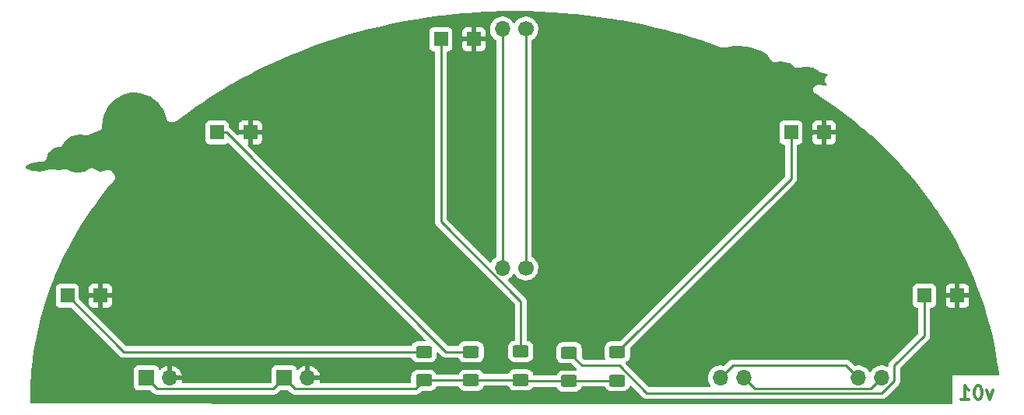
<source format=gbl>
%TF.GenerationSoftware,KiCad,Pcbnew,(6.0.4-0)*%
%TF.CreationDate,2022-04-25T17:13:00-04:00*%
%TF.ProjectId,sky_base,736b795f-6261-4736-952e-6b696361645f,rev?*%
%TF.SameCoordinates,Original*%
%TF.FileFunction,Copper,L2,Bot*%
%TF.FilePolarity,Positive*%
%FSLAX46Y46*%
G04 Gerber Fmt 4.6, Leading zero omitted, Abs format (unit mm)*
G04 Created by KiCad (PCBNEW (6.0.4-0)) date 2022-04-25 17:13:00*
%MOMM*%
%LPD*%
G01*
G04 APERTURE LIST*
G04 Aperture macros list*
%AMRoundRect*
0 Rectangle with rounded corners*
0 $1 Rounding radius*
0 $2 $3 $4 $5 $6 $7 $8 $9 X,Y pos of 4 corners*
0 Add a 4 corners polygon primitive as box body*
4,1,4,$2,$3,$4,$5,$6,$7,$8,$9,$2,$3,0*
0 Add four circle primitives for the rounded corners*
1,1,$1+$1,$2,$3*
1,1,$1+$1,$4,$5*
1,1,$1+$1,$6,$7*
1,1,$1+$1,$8,$9*
0 Add four rect primitives between the rounded corners*
20,1,$1+$1,$2,$3,$4,$5,0*
20,1,$1+$1,$4,$5,$6,$7,0*
20,1,$1+$1,$6,$7,$8,$9,0*
20,1,$1+$1,$8,$9,$2,$3,0*%
G04 Aperture macros list end*
%ADD10C,0.300000*%
%TA.AperFunction,NonConductor*%
%ADD11C,0.300000*%
%TD*%
%TA.AperFunction,ComponentPad*%
%ADD12R,1.700000X1.700000*%
%TD*%
%TA.AperFunction,ComponentPad*%
%ADD13O,1.700000X1.700000*%
%TD*%
%TA.AperFunction,ComponentPad*%
%ADD14C,1.700000*%
%TD*%
%TA.AperFunction,SMDPad,CuDef*%
%ADD15R,1.500000X1.600000*%
%TD*%
%TA.AperFunction,SMDPad,CuDef*%
%ADD16RoundRect,0.250000X-0.625000X0.400000X-0.625000X-0.400000X0.625000X-0.400000X0.625000X0.400000X0*%
%TD*%
%TA.AperFunction,Conductor*%
%ADD17C,0.254000*%
%TD*%
G04 APERTURE END LIST*
D10*
D11*
X201279168Y-117001346D02*
X200922025Y-118001346D01*
X200564882Y-117001346D01*
X199707739Y-116501346D02*
X199564882Y-116501346D01*
X199422025Y-116572775D01*
X199350596Y-116644203D01*
X199279168Y-116787060D01*
X199207739Y-117072775D01*
X199207739Y-117429917D01*
X199279168Y-117715632D01*
X199350596Y-117858489D01*
X199422025Y-117929917D01*
X199564882Y-118001346D01*
X199707739Y-118001346D01*
X199850596Y-117929917D01*
X199922025Y-117858489D01*
X199993454Y-117715632D01*
X200064882Y-117429917D01*
X200064882Y-117072775D01*
X199993454Y-116787060D01*
X199922025Y-116644203D01*
X199850596Y-116572775D01*
X199707739Y-116501346D01*
X197779168Y-118001346D02*
X198636311Y-118001346D01*
X198207739Y-118001346D02*
X198207739Y-116501346D01*
X198350596Y-116715632D01*
X198493454Y-116858489D01*
X198636311Y-116929917D01*
D12*
%TO.P,J1,1,Pin_1*%
%TO.N,VCC*%
X109140692Y-115642067D03*
D13*
%TO.P,J1,2,Pin_2*%
%TO.N,GND*%
X111680692Y-115642067D03*
%TO.P,J1,3,Pin_3*%
%TO.N,Net-(J1-Pad3)*%
X147870692Y-77642067D03*
D14*
%TO.P,J1,4,Pin_4*%
%TO.N,Net-(J1-Pad4)*%
X150410692Y-77642067D03*
D13*
%TO.P,J1,5,Pin_5*%
%TO.N,Net-(J1-Pad5)*%
X186600692Y-115642067D03*
%TO.P,J1,6,Pin_6*%
%TO.N,Net-(J1-Pad6)*%
X189140692Y-115642067D03*
%TD*%
D12*
%TO.P,J2,1,Pin_1*%
%TO.N,VCC*%
X124140692Y-115642067D03*
D13*
%TO.P,J2,2,Pin_2*%
%TO.N,GND*%
X126680692Y-115642067D03*
%TO.P,J2,3,Pin_3*%
%TO.N,Net-(J1-Pad3)*%
X147870692Y-103642067D03*
D14*
%TO.P,J2,4,Pin_4*%
%TO.N,Net-(J1-Pad4)*%
X150410692Y-103642067D03*
D13*
%TO.P,J2,5,Pin_5*%
%TO.N,Net-(J1-Pad5)*%
X171600692Y-115642067D03*
%TO.P,J2,6,Pin_6*%
%TO.N,Net-(J1-Pad6)*%
X174140692Y-115642067D03*
%TD*%
D15*
%TO.P,D3,1,K*%
%TO.N,GND*%
X144780000Y-78740000D03*
%TO.P,D3,2,A*%
%TO.N,Net-(D3-Pad2)*%
X141180000Y-78740000D03*
%TD*%
%TO.P,D5,1,K*%
%TO.N,GND*%
X182880000Y-88900000D03*
%TO.P,D5,2,A*%
%TO.N,Net-(D5-Pad2)*%
X179280000Y-88900000D03*
%TD*%
%TO.P,D4,1,K*%
%TO.N,GND*%
X197380000Y-106680000D03*
%TO.P,D4,2,A*%
%TO.N,Net-(D4-Pad2)*%
X193780000Y-106680000D03*
%TD*%
D16*
%TO.P,R5,1*%
%TO.N,Net-(D5-Pad2)*%
X160369148Y-112818241D03*
%TO.P,R5,2*%
%TO.N,VCC*%
X160369148Y-115918241D03*
%TD*%
D15*
%TO.P,D2,1,K*%
%TO.N,GND*%
X120440000Y-88900000D03*
%TO.P,D2,2,A*%
%TO.N,Net-(D2-Pad2)*%
X116840000Y-88900000D03*
%TD*%
D16*
%TO.P,R3,1*%
%TO.N,Net-(D3-Pad2)*%
X149860000Y-112750000D03*
%TO.P,R3,2*%
%TO.N,VCC*%
X149860000Y-115850000D03*
%TD*%
%TO.P,R1,1*%
%TO.N,Net-(D1-Pad2)*%
X139332211Y-112803166D03*
%TO.P,R1,2*%
%TO.N,VCC*%
X139332211Y-115903166D03*
%TD*%
D15*
%TO.P,D1,1,K*%
%TO.N,GND*%
X104140000Y-106680000D03*
%TO.P,D1,2,A*%
%TO.N,Net-(D1-Pad2)*%
X100540000Y-106680000D03*
%TD*%
D16*
%TO.P,R4,1*%
%TO.N,Net-(D4-Pad2)*%
X155114574Y-112886483D03*
%TO.P,R4,2*%
%TO.N,VCC*%
X155114574Y-115986483D03*
%TD*%
%TO.P,R2,1*%
%TO.N,Net-(D2-Pad2)*%
X144468943Y-112798693D03*
%TO.P,R2,2*%
%TO.N,VCC*%
X144468943Y-115898693D03*
%TD*%
D17*
%TO.N,VCC*%
X110317203Y-116818578D02*
X122964181Y-116818578D01*
X139336684Y-115898693D02*
X144468943Y-115898693D01*
X155114574Y-115986483D02*
X155182816Y-115918241D01*
X125317203Y-116818578D02*
X138416799Y-116818578D01*
X124140692Y-115642067D02*
X125317203Y-116818578D01*
X144468943Y-115898693D02*
X144517636Y-115850000D01*
X149996483Y-115986483D02*
X155114574Y-115986483D01*
X155182816Y-115918241D02*
X160369148Y-115918241D01*
X149860000Y-115850000D02*
X149996483Y-115986483D01*
X138416799Y-116818578D02*
X139332211Y-115903166D01*
X109140692Y-115642067D02*
X110317203Y-116818578D01*
X139332211Y-115903166D02*
X139336684Y-115898693D01*
X144517636Y-115850000D02*
X149860000Y-115850000D01*
X122964181Y-116818578D02*
X124140692Y-115642067D01*
%TO.N,Net-(J1-Pad3)*%
X147870692Y-77642067D02*
X147870692Y-103642067D01*
%TO.N,Net-(J1-Pad4)*%
X150410692Y-77642067D02*
X150410692Y-103642067D01*
%TO.N,Net-(J1-Pad5)*%
X185258625Y-114300000D02*
X186600692Y-115642067D01*
X171600692Y-115642067D02*
X172942759Y-114300000D01*
X172942759Y-114300000D02*
X185258625Y-114300000D01*
%TO.N,Net-(J1-Pad6)*%
X187964181Y-116818578D02*
X189140692Y-115642067D01*
X175317203Y-116818578D02*
X187964181Y-116818578D01*
X174140692Y-115642067D02*
X175317203Y-116818578D01*
%TO.N,Net-(D1-Pad2)*%
X106663166Y-112803166D02*
X139332211Y-112803166D01*
X100540000Y-106680000D02*
X106663166Y-112803166D01*
%TO.N,Net-(D2-Pad2)*%
X117844000Y-88900000D02*
X141742693Y-112798693D01*
X116840000Y-88900000D02*
X117844000Y-88900000D01*
X141742693Y-112798693D02*
X144468943Y-112798693D01*
%TO.N,Net-(D3-Pad2)*%
X141180000Y-78740000D02*
X141180000Y-98615214D01*
X141180000Y-98615214D02*
X149860000Y-107295214D01*
X149860000Y-107295214D02*
X149860000Y-112750000D01*
%TO.N,Net-(D4-Pad2)*%
X156528091Y-114300000D02*
X155114574Y-112886483D01*
X193780000Y-111020000D02*
X190500000Y-114300000D01*
X190500000Y-114300000D02*
X190500000Y-115946598D01*
X189174500Y-117272098D02*
X163563327Y-117272098D01*
X163563327Y-117272098D02*
X160591229Y-114300000D01*
X193780000Y-106680000D02*
X193780000Y-111020000D01*
X160591229Y-114300000D02*
X156528091Y-114300000D01*
X190500000Y-115946598D02*
X189174500Y-117272098D01*
%TO.N,Net-(D5-Pad2)*%
X179280000Y-88900000D02*
X179280000Y-93907389D01*
X179280000Y-93907389D02*
X160369148Y-112818241D01*
%TD*%
%TA.AperFunction,Conductor*%
%TO.N,GND*%
G36*
X149302112Y-75680158D02*
G01*
X149339566Y-75682941D01*
X149339568Y-75682941D01*
X149348520Y-75683606D01*
X149357298Y-75681732D01*
X149366252Y-75681122D01*
X149366278Y-75681497D01*
X149378927Y-75680224D01*
X150058688Y-75686931D01*
X150639805Y-75692665D01*
X150642293Y-75692714D01*
X151959115Y-75731719D01*
X151961599Y-75731817D01*
X153269911Y-75796433D01*
X153272330Y-75796576D01*
X154571757Y-75886478D01*
X154574135Y-75886666D01*
X155434455Y-75963265D01*
X155864285Y-76001535D01*
X155866758Y-76001780D01*
X157147113Y-76141272D01*
X157149580Y-76141566D01*
X158419905Y-76305373D01*
X158422366Y-76305715D01*
X158886420Y-76374883D01*
X159682354Y-76493519D01*
X159684705Y-76493893D01*
X160600592Y-76648937D01*
X160933985Y-76705375D01*
X160936433Y-76705815D01*
X162174480Y-76940626D01*
X162176921Y-76941114D01*
X163403427Y-77198937D01*
X163405860Y-77199474D01*
X164620471Y-77479989D01*
X164622897Y-77480574D01*
X165825352Y-77783481D01*
X165827769Y-77784116D01*
X166343642Y-77925006D01*
X166982781Y-78099561D01*
X167017426Y-78109023D01*
X167019828Y-78109704D01*
X167119019Y-78138924D01*
X168196681Y-78456386D01*
X168199081Y-78457119D01*
X168753235Y-78632430D01*
X169362519Y-78825182D01*
X169364879Y-78825955D01*
X170514543Y-79215077D01*
X170516871Y-79215892D01*
X171048726Y-79407859D01*
X171595314Y-79605145D01*
X171609313Y-79611931D01*
X171616667Y-79615164D01*
X171624289Y-79619905D01*
X171672216Y-79633271D01*
X171681130Y-79636118D01*
X171692765Y-79640318D01*
X171706887Y-79643242D01*
X171715186Y-79645256D01*
X171749386Y-79654794D01*
X171764592Y-79659035D01*
X171773569Y-79658923D01*
X171782016Y-79660025D01*
X171790490Y-79660550D01*
X171799279Y-79662370D01*
X171808224Y-79661650D01*
X171808228Y-79661650D01*
X171850429Y-79658252D01*
X171858958Y-79657855D01*
X171868759Y-79657733D01*
X171871635Y-79657697D01*
X171871636Y-79657697D01*
X171876502Y-79657636D01*
X171887990Y-79655700D01*
X171898810Y-79654356D01*
X171935518Y-79651400D01*
X171935521Y-79651399D01*
X171944466Y-79650679D01*
X171953861Y-79647091D01*
X171977869Y-79640552D01*
X172147693Y-79611931D01*
X172684432Y-79521472D01*
X172698508Y-79519907D01*
X173081991Y-79498986D01*
X173485298Y-79476983D01*
X173503826Y-79477338D01*
X174610233Y-79580303D01*
X174838321Y-79601529D01*
X174863391Y-79606464D01*
X175454570Y-79786705D01*
X175935351Y-79933288D01*
X175965646Y-79947127D01*
X176268842Y-80137669D01*
X176663102Y-80385441D01*
X176701209Y-80422702D01*
X177047974Y-80947945D01*
X177059582Y-80970003D01*
X177059954Y-80970919D01*
X177063329Y-80979238D01*
X177091822Y-81015212D01*
X177098188Y-81024005D01*
X177102952Y-81031220D01*
X177115037Y-81044840D01*
X177119561Y-81050235D01*
X177153765Y-81093420D01*
X177161093Y-81098612D01*
X177165060Y-81102373D01*
X177169188Y-81105870D01*
X177175144Y-81112582D01*
X177182744Y-81117353D01*
X177182748Y-81117356D01*
X177221813Y-81141878D01*
X177227670Y-81145786D01*
X177272612Y-81177630D01*
X177281093Y-81180553D01*
X177285912Y-81183027D01*
X177290905Y-81185246D01*
X177298511Y-81190021D01*
X177341632Y-81202237D01*
X177351521Y-81205039D01*
X177358229Y-81207143D01*
X177410318Y-81225099D01*
X177419285Y-81225525D01*
X177424627Y-81226551D01*
X177430016Y-81227277D01*
X177438653Y-81229723D01*
X177470438Y-81229455D01*
X177493743Y-81229259D01*
X177500783Y-81229397D01*
X177515425Y-81230092D01*
X177522110Y-81230410D01*
X177526939Y-81229891D01*
X177526954Y-81229891D01*
X177529978Y-81229566D01*
X177542362Y-81228850D01*
X177575331Y-81228572D01*
X177575333Y-81228572D01*
X177584306Y-81228496D01*
X177597612Y-81224483D01*
X177620529Y-81219840D01*
X178013523Y-81177630D01*
X178183859Y-81159335D01*
X178219324Y-81160552D01*
X179076230Y-81312606D01*
X179132912Y-81338267D01*
X179573264Y-81690465D01*
X179590703Y-81707419D01*
X179598143Y-81716201D01*
X179605633Y-81721145D01*
X179605636Y-81721148D01*
X179635145Y-81740627D01*
X179644433Y-81747386D01*
X179646489Y-81749031D01*
X179646495Y-81749035D01*
X179649993Y-81751833D01*
X179666996Y-81761850D01*
X179672452Y-81765255D01*
X179719703Y-81796447D01*
X179728284Y-81799091D01*
X179732111Y-81800899D01*
X179735978Y-81802489D01*
X179743711Y-81807045D01*
X179752412Y-81809247D01*
X179752414Y-81809248D01*
X179786255Y-81817812D01*
X179798630Y-81820944D01*
X179804818Y-81822680D01*
X179858899Y-81839349D01*
X179867872Y-81839479D01*
X179872044Y-81840139D01*
X179876216Y-81840581D01*
X179884916Y-81842783D01*
X179893884Y-81842455D01*
X179893887Y-81842455D01*
X179941496Y-81840712D01*
X179947928Y-81840641D01*
X179965938Y-81840902D01*
X179965944Y-81840902D01*
X179970805Y-81840972D01*
X179977148Y-81840079D01*
X179990101Y-81838932D01*
X180000086Y-81838566D01*
X180030476Y-81837453D01*
X180038990Y-81834621D01*
X180038992Y-81834621D01*
X180045120Y-81832583D01*
X180067305Y-81827376D01*
X180853024Y-81716674D01*
X180891073Y-81717116D01*
X181747555Y-81858133D01*
X181801371Y-81880688D01*
X182081442Y-82085136D01*
X182318044Y-82257853D01*
X182322449Y-82261220D01*
X182362123Y-82292949D01*
X182362130Y-82292953D01*
X182369137Y-82298557D01*
X182377439Y-82301970D01*
X182377440Y-82301971D01*
X182407640Y-82314388D01*
X182418839Y-82319649D01*
X182447690Y-82334976D01*
X182455617Y-82339187D01*
X182515515Y-82351568D01*
X182518309Y-82352146D01*
X182522218Y-82353019D01*
X182759481Y-82409984D01*
X183163142Y-82506900D01*
X183224709Y-82542251D01*
X183257391Y-82605278D01*
X183250810Y-82675969D01*
X183225672Y-82715567D01*
X183120945Y-82827341D01*
X183111247Y-82836643D01*
X183088264Y-82856447D01*
X183081461Y-82862309D01*
X183076578Y-82869843D01*
X183076575Y-82869846D01*
X183047977Y-82913966D01*
X183045478Y-82917676D01*
X183010185Y-82968107D01*
X183007421Y-82976281D01*
X183006930Y-82977296D01*
X183002236Y-82984537D01*
X182996864Y-83002501D01*
X182984593Y-83043534D01*
X182983233Y-83047801D01*
X182977247Y-83065501D01*
X182963520Y-83106087D01*
X182963161Y-83114704D01*
X182962972Y-83115828D01*
X182960502Y-83124088D01*
X182960447Y-83133064D01*
X182960447Y-83133065D01*
X182960126Y-83185652D01*
X182960020Y-83190105D01*
X182957457Y-83251618D01*
X182959530Y-83259987D01*
X182959665Y-83261117D01*
X182959612Y-83269743D01*
X182962077Y-83278367D01*
X182976524Y-83328914D01*
X182977678Y-83333243D01*
X182992482Y-83393002D01*
X182996826Y-83400461D01*
X182997269Y-83401501D01*
X182999639Y-83409793D01*
X183004429Y-83417384D01*
X183004430Y-83417387D01*
X183032469Y-83461825D01*
X183034791Y-83465653D01*
X183065783Y-83518872D01*
X183072041Y-83524807D01*
X183072761Y-83525684D01*
X183077364Y-83532980D01*
X183084088Y-83538918D01*
X183084091Y-83538922D01*
X183123494Y-83573721D01*
X183126796Y-83576743D01*
X183148694Y-83597513D01*
X183184354Y-83658904D01*
X183181162Y-83729829D01*
X183140132Y-83787769D01*
X183074291Y-83814330D01*
X183058855Y-83814893D01*
X182957575Y-83812374D01*
X182946249Y-83812092D01*
X182934872Y-83811293D01*
X182918759Y-83809425D01*
X182267106Y-83733877D01*
X182263191Y-83733360D01*
X182208667Y-83725288D01*
X182208663Y-83725288D01*
X182199780Y-83723973D01*
X182162457Y-83729138D01*
X182148579Y-83730281D01*
X182119878Y-83731051D01*
X182119876Y-83731051D01*
X182110906Y-83731292D01*
X182102360Y-83734042D01*
X182094201Y-83736667D01*
X182072883Y-83741533D01*
X182064395Y-83742708D01*
X182064391Y-83742709D01*
X182055497Y-83743940D01*
X182021116Y-83759376D01*
X182008133Y-83764363D01*
X181972250Y-83775909D01*
X181964820Y-83780946D01*
X181964817Y-83780948D01*
X181957730Y-83785753D01*
X181938631Y-83796409D01*
X181930808Y-83799921D01*
X181930805Y-83799923D01*
X181922617Y-83803599D01*
X181893945Y-83828068D01*
X181882868Y-83836509D01*
X181851690Y-83857648D01*
X181840510Y-83871180D01*
X181825177Y-83886759D01*
X181811824Y-83898156D01*
X181792425Y-83927778D01*
X181791182Y-83929675D01*
X181782911Y-83940896D01*
X181758916Y-83969939D01*
X181751983Y-83986067D01*
X181741633Y-84005334D01*
X181736940Y-84012499D01*
X181736938Y-84012503D01*
X181732023Y-84020008D01*
X181729411Y-84028594D01*
X181721059Y-84056047D01*
X181716271Y-84069137D01*
X181701389Y-84103755D01*
X181700301Y-84112667D01*
X181699262Y-84121173D01*
X181694735Y-84142575D01*
X181692241Y-84150772D01*
X181692240Y-84150777D01*
X181689629Y-84159360D01*
X181689532Y-84168330D01*
X181689221Y-84197029D01*
X181688300Y-84210931D01*
X181683731Y-84248339D01*
X181685187Y-84257194D01*
X181685187Y-84257196D01*
X181686578Y-84265656D01*
X181688240Y-84287462D01*
X181688050Y-84305009D01*
X181690475Y-84313649D01*
X181690476Y-84313656D01*
X181698234Y-84341295D01*
X181701252Y-84354898D01*
X181707364Y-84392067D01*
X181711249Y-84400162D01*
X181714956Y-84407888D01*
X181722671Y-84428351D01*
X181727414Y-84445247D01*
X181732168Y-84452861D01*
X181747364Y-84477200D01*
X181754082Y-84489415D01*
X181766501Y-84515293D01*
X181766503Y-84515296D01*
X181770385Y-84523385D01*
X181776380Y-84530058D01*
X181776385Y-84530065D01*
X181782115Y-84536442D01*
X181795267Y-84553922D01*
X181804556Y-84568800D01*
X181827379Y-84589149D01*
X181832672Y-84593868D01*
X181842550Y-84603709D01*
X181861731Y-84625060D01*
X181861736Y-84625064D01*
X181867730Y-84631736D01*
X181926290Y-84667992D01*
X181928211Y-84669208D01*
X182998860Y-85361073D01*
X183001790Y-85363025D01*
X184048469Y-86082274D01*
X184051370Y-86084328D01*
X185074305Y-86830640D01*
X185077102Y-86832741D01*
X185137634Y-86879569D01*
X186075722Y-87605277D01*
X186078486Y-87607478D01*
X187052254Y-88405422D01*
X187054949Y-88407694D01*
X187323463Y-88640578D01*
X187973541Y-89204394D01*
X188003349Y-89230247D01*
X188005956Y-89232573D01*
X188928440Y-90078909D01*
X188930946Y-90081274D01*
X189368830Y-90506098D01*
X189826975Y-90950580D01*
X189829461Y-90953060D01*
X189952443Y-91079215D01*
X190698468Y-91844488D01*
X190700841Y-91846991D01*
X191060356Y-92236960D01*
X191542260Y-92759687D01*
X191544607Y-92762305D01*
X191731089Y-92976267D01*
X192345364Y-93681061D01*
X192357935Y-93695485D01*
X192360198Y-93698155D01*
X192853030Y-94296589D01*
X193144895Y-94650993D01*
X193147101Y-94653750D01*
X193902619Y-95625412D01*
X193904754Y-95628240D01*
X194630485Y-96617802D01*
X194632549Y-96620700D01*
X194921005Y-97038249D01*
X195288414Y-97570085D01*
X195328106Y-97627541D01*
X195330096Y-97630511D01*
X195994811Y-98653615D01*
X195996727Y-98656659D01*
X196630111Y-99695264D01*
X196631951Y-99698381D01*
X197233477Y-100751666D01*
X197235240Y-100754859D01*
X197804372Y-101821996D01*
X197806054Y-101825264D01*
X198342235Y-102905367D01*
X198343835Y-102908712D01*
X198713536Y-103711975D01*
X198846586Y-104001059D01*
X198848097Y-104004475D01*
X199285240Y-105033720D01*
X199316822Y-105108080D01*
X199318238Y-105111559D01*
X199577836Y-105777648D01*
X199752478Y-106225756D01*
X199753812Y-106229337D01*
X200153016Y-107353237D01*
X200154252Y-107356895D01*
X200357011Y-107988500D01*
X200517872Y-108489594D01*
X200519008Y-108493330D01*
X200762980Y-109343025D01*
X200846563Y-109634126D01*
X200847594Y-109637944D01*
X201138536Y-110785922D01*
X201139458Y-110789819D01*
X201393273Y-111944166D01*
X201394080Y-111948138D01*
X201610275Y-113108140D01*
X201610961Y-113112186D01*
X201781464Y-114227645D01*
X201788992Y-114276897D01*
X201789552Y-114281011D01*
X201803886Y-114401204D01*
X201904015Y-115240855D01*
X201892220Y-115310865D01*
X201844447Y-115363384D01*
X201778901Y-115381775D01*
X196834954Y-115381775D01*
X196834954Y-118349878D01*
X196814952Y-118417999D01*
X196761296Y-118464492D01*
X196708909Y-118475878D01*
X136135635Y-118454444D01*
X96654714Y-118440474D01*
X96586602Y-118420448D01*
X96540128Y-118366776D01*
X96528782Y-118316841D01*
X96516937Y-117686429D01*
X96516936Y-117681762D01*
X96537779Y-116540201D01*
X107782192Y-116540201D01*
X107788947Y-116602383D01*
X107840077Y-116738772D01*
X107927431Y-116855328D01*
X108043987Y-116942682D01*
X108180376Y-116993812D01*
X108242558Y-117000567D01*
X109548269Y-117000567D01*
X109616390Y-117020569D01*
X109637364Y-117037472D01*
X109811953Y-117212061D01*
X109819529Y-117220387D01*
X109823650Y-117226881D01*
X109829425Y-117232304D01*
X109873468Y-117273663D01*
X109876310Y-117276418D01*
X109896109Y-117296217D01*
X109899234Y-117298641D01*
X109899243Y-117298649D01*
X109899329Y-117298715D01*
X109908354Y-117306423D01*
X109940697Y-117336795D01*
X109947641Y-117340613D01*
X109947643Y-117340614D01*
X109958532Y-117346600D01*
X109975050Y-117357451D01*
X109991136Y-117369928D01*
X110031869Y-117387554D01*
X110042517Y-117392771D01*
X110054145Y-117399163D01*
X110081400Y-117414147D01*
X110089075Y-117416118D01*
X110089081Y-117416120D01*
X110101114Y-117419209D01*
X110119816Y-117425612D01*
X110138495Y-117433695D01*
X110172021Y-117439005D01*
X110182330Y-117440638D01*
X110193943Y-117443043D01*
X110236921Y-117454078D01*
X110257268Y-117454078D01*
X110276980Y-117455629D01*
X110297082Y-117458813D01*
X110304974Y-117458067D01*
X110341259Y-117454637D01*
X110353117Y-117454078D01*
X122885161Y-117454078D01*
X122896395Y-117454608D01*
X122903900Y-117456286D01*
X122972193Y-117454140D01*
X122976150Y-117454078D01*
X123004164Y-117454078D01*
X123008089Y-117453582D01*
X123008090Y-117453582D01*
X123008185Y-117453570D01*
X123020030Y-117452637D01*
X123049851Y-117451700D01*
X123056463Y-117451492D01*
X123056464Y-117451492D01*
X123064386Y-117451243D01*
X123083930Y-117445565D01*
X123103293Y-117441555D01*
X123115621Y-117439998D01*
X123115623Y-117439998D01*
X123123480Y-117439005D01*
X123130844Y-117436089D01*
X123130849Y-117436088D01*
X123164737Y-117422671D01*
X123175966Y-117418826D01*
X123192646Y-117413980D01*
X123218574Y-117406447D01*
X123225401Y-117402409D01*
X123225404Y-117402408D01*
X123236087Y-117396090D01*
X123253845Y-117387390D01*
X123265396Y-117382817D01*
X123265402Y-117382813D01*
X123272769Y-117379897D01*
X123282158Y-117373076D01*
X123308669Y-117353814D01*
X123318591Y-117347297D01*
X123349949Y-117328752D01*
X123349953Y-117328749D01*
X123356779Y-117324712D01*
X123371163Y-117310328D01*
X123386197Y-117297487D01*
X123396254Y-117290180D01*
X123402668Y-117285520D01*
X123430959Y-117251322D01*
X123438948Y-117242543D01*
X123644019Y-117037472D01*
X123706331Y-117003446D01*
X123733114Y-117000567D01*
X124548269Y-117000567D01*
X124616390Y-117020569D01*
X124637364Y-117037472D01*
X124811953Y-117212061D01*
X124819529Y-117220387D01*
X124823650Y-117226881D01*
X124829425Y-117232304D01*
X124873468Y-117273663D01*
X124876310Y-117276418D01*
X124896109Y-117296217D01*
X124899234Y-117298641D01*
X124899243Y-117298649D01*
X124899329Y-117298715D01*
X124908354Y-117306423D01*
X124940697Y-117336795D01*
X124947641Y-117340613D01*
X124947643Y-117340614D01*
X124958532Y-117346600D01*
X124975050Y-117357451D01*
X124991136Y-117369928D01*
X125031869Y-117387554D01*
X125042517Y-117392771D01*
X125054145Y-117399163D01*
X125081400Y-117414147D01*
X125089075Y-117416118D01*
X125089081Y-117416120D01*
X125101114Y-117419209D01*
X125119816Y-117425612D01*
X125138495Y-117433695D01*
X125172021Y-117439005D01*
X125182330Y-117440638D01*
X125193943Y-117443043D01*
X125236921Y-117454078D01*
X125257268Y-117454078D01*
X125276980Y-117455629D01*
X125297082Y-117458813D01*
X125304974Y-117458067D01*
X125341259Y-117454637D01*
X125353117Y-117454078D01*
X138337779Y-117454078D01*
X138349013Y-117454608D01*
X138356518Y-117456286D01*
X138424811Y-117454140D01*
X138428768Y-117454078D01*
X138456782Y-117454078D01*
X138460707Y-117453582D01*
X138460708Y-117453582D01*
X138460803Y-117453570D01*
X138472648Y-117452637D01*
X138502469Y-117451700D01*
X138509081Y-117451492D01*
X138509082Y-117451492D01*
X138517004Y-117451243D01*
X138536548Y-117445565D01*
X138555911Y-117441555D01*
X138568239Y-117439998D01*
X138568241Y-117439998D01*
X138576098Y-117439005D01*
X138583462Y-117436089D01*
X138583467Y-117436088D01*
X138617355Y-117422671D01*
X138628584Y-117418826D01*
X138645264Y-117413980D01*
X138671192Y-117406447D01*
X138678019Y-117402409D01*
X138678022Y-117402408D01*
X138688705Y-117396090D01*
X138706463Y-117387390D01*
X138718014Y-117382817D01*
X138718020Y-117382813D01*
X138725387Y-117379897D01*
X138734776Y-117373076D01*
X138761287Y-117353814D01*
X138771209Y-117347297D01*
X138802567Y-117328752D01*
X138802571Y-117328749D01*
X138809397Y-117324712D01*
X138823781Y-117310328D01*
X138838815Y-117297487D01*
X138848872Y-117290180D01*
X138855286Y-117285520D01*
X138883577Y-117251322D01*
X138891566Y-117242543D01*
X139035538Y-117098571D01*
X139097850Y-117064545D01*
X139124633Y-117061666D01*
X140007611Y-117061666D01*
X140010857Y-117061329D01*
X140010861Y-117061329D01*
X140106519Y-117051404D01*
X140106523Y-117051403D01*
X140113377Y-117050692D01*
X140119913Y-117048511D01*
X140119915Y-117048511D01*
X140274209Y-116997034D01*
X140281157Y-116994716D01*
X140431559Y-116901644D01*
X140556516Y-116776469D01*
X140597224Y-116710429D01*
X140645486Y-116632134D01*
X140645487Y-116632132D01*
X140649326Y-116625904D01*
X140651630Y-116618957D01*
X140654724Y-116612322D01*
X140656287Y-116613051D01*
X140691544Y-116562163D01*
X140757109Y-116534928D01*
X140770703Y-116534193D01*
X143032094Y-116534193D01*
X143100215Y-116554195D01*
X143146708Y-116607851D01*
X143148325Y-116611954D01*
X143150073Y-116615686D01*
X143152393Y-116622639D01*
X143245465Y-116773041D01*
X143370640Y-116897998D01*
X143376870Y-116901838D01*
X143376871Y-116901839D01*
X143514033Y-116986387D01*
X143521205Y-116990808D01*
X143573529Y-117008163D01*
X143682554Y-117044325D01*
X143682556Y-117044325D01*
X143689082Y-117046490D01*
X143695918Y-117047190D01*
X143695921Y-117047191D01*
X143738974Y-117051602D01*
X143793543Y-117057193D01*
X145144343Y-117057193D01*
X145147589Y-117056856D01*
X145147593Y-117056856D01*
X145243251Y-117046931D01*
X145243255Y-117046930D01*
X145250109Y-117046219D01*
X145256645Y-117044038D01*
X145256647Y-117044038D01*
X145407191Y-116993812D01*
X145417889Y-116990243D01*
X145568291Y-116897171D01*
X145604690Y-116860709D01*
X145688077Y-116777176D01*
X145693248Y-116771996D01*
X145713728Y-116738772D01*
X145782218Y-116627661D01*
X145782219Y-116627659D01*
X145786058Y-116621431D01*
X145802509Y-116571833D01*
X145842940Y-116513473D01*
X145908504Y-116486236D01*
X145922102Y-116485500D01*
X148423151Y-116485500D01*
X148491272Y-116505502D01*
X148537765Y-116559158D01*
X148539382Y-116563261D01*
X148541130Y-116566993D01*
X148543450Y-116573946D01*
X148636522Y-116724348D01*
X148761697Y-116849305D01*
X148767927Y-116853145D01*
X148767928Y-116853146D01*
X148905090Y-116937694D01*
X148912262Y-116942115D01*
X148923475Y-116945834D01*
X149073611Y-116995632D01*
X149073613Y-116995632D01*
X149080139Y-116997797D01*
X149086975Y-116998497D01*
X149086978Y-116998498D01*
X149130031Y-117002909D01*
X149184600Y-117008500D01*
X150535400Y-117008500D01*
X150538646Y-117008163D01*
X150538650Y-117008163D01*
X150634308Y-116998238D01*
X150634312Y-116998237D01*
X150641166Y-116997526D01*
X150647702Y-116995345D01*
X150647704Y-116995345D01*
X150796105Y-116945834D01*
X150808946Y-116941550D01*
X150959348Y-116848478D01*
X151084305Y-116723303D01*
X151088148Y-116717069D01*
X151109848Y-116681866D01*
X151162620Y-116634373D01*
X151217107Y-116621983D01*
X153677725Y-116621983D01*
X153745846Y-116641985D01*
X153792339Y-116695641D01*
X153793956Y-116699744D01*
X153795704Y-116703476D01*
X153798024Y-116710429D01*
X153891096Y-116860831D01*
X153896278Y-116866004D01*
X153947910Y-116917546D01*
X154016271Y-116985788D01*
X154022501Y-116989628D01*
X154022502Y-116989629D01*
X154159664Y-117074177D01*
X154166836Y-117078598D01*
X154227053Y-117098571D01*
X154328185Y-117132115D01*
X154328187Y-117132115D01*
X154334713Y-117134280D01*
X154341549Y-117134980D01*
X154341552Y-117134981D01*
X154384605Y-117139392D01*
X154439174Y-117144983D01*
X155789974Y-117144983D01*
X155793220Y-117144646D01*
X155793224Y-117144646D01*
X155888882Y-117134721D01*
X155888886Y-117134720D01*
X155895740Y-117134009D01*
X155902276Y-117131828D01*
X155902278Y-117131828D01*
X156034380Y-117087755D01*
X156063520Y-117078033D01*
X156213922Y-116984961D01*
X156338879Y-116859786D01*
X156345340Y-116849305D01*
X156427849Y-116715451D01*
X156427850Y-116715449D01*
X156431689Y-116709221D01*
X156454624Y-116640074D01*
X156495055Y-116581714D01*
X156560619Y-116554477D01*
X156574217Y-116553741D01*
X158932299Y-116553741D01*
X159000420Y-116573743D01*
X159046913Y-116627399D01*
X159048530Y-116631502D01*
X159050278Y-116635234D01*
X159052598Y-116642187D01*
X159145670Y-116792589D01*
X159150852Y-116797762D01*
X159202485Y-116849305D01*
X159270845Y-116917546D01*
X159277075Y-116921386D01*
X159277076Y-116921387D01*
X159414238Y-117005935D01*
X159421410Y-117010356D01*
X159501153Y-117036805D01*
X159582759Y-117063873D01*
X159582761Y-117063873D01*
X159589287Y-117066038D01*
X159596123Y-117066738D01*
X159596126Y-117066739D01*
X159639179Y-117071150D01*
X159693748Y-117076741D01*
X161044548Y-117076741D01*
X161047794Y-117076404D01*
X161047798Y-117076404D01*
X161143456Y-117066479D01*
X161143460Y-117066478D01*
X161150314Y-117065767D01*
X161156850Y-117063586D01*
X161156852Y-117063586D01*
X161288954Y-117019513D01*
X161318094Y-117009791D01*
X161468496Y-116916719D01*
X161593453Y-116791544D01*
X161597294Y-116785313D01*
X161682423Y-116647209D01*
X161682424Y-116647207D01*
X161686263Y-116640979D01*
X161691130Y-116626307D01*
X161695890Y-116611954D01*
X161708455Y-116574073D01*
X161748884Y-116515714D01*
X161814448Y-116488476D01*
X161884329Y-116501009D01*
X161917142Y-116524645D01*
X163058072Y-117665575D01*
X163065649Y-117673901D01*
X163069774Y-117680401D01*
X163075552Y-117685827D01*
X163075553Y-117685828D01*
X163119608Y-117727198D01*
X163122450Y-117729953D01*
X163142233Y-117749736D01*
X163145441Y-117752224D01*
X163154470Y-117759935D01*
X163186821Y-117790315D01*
X163193770Y-117794135D01*
X163204656Y-117800120D01*
X163221180Y-117810974D01*
X163237260Y-117823447D01*
X163244537Y-117826596D01*
X163277977Y-117841067D01*
X163288638Y-117846290D01*
X163320574Y-117863847D01*
X163320579Y-117863849D01*
X163327524Y-117867667D01*
X163335198Y-117869637D01*
X163335205Y-117869640D01*
X163347240Y-117872730D01*
X163365945Y-117879134D01*
X163377340Y-117884065D01*
X163384619Y-117887215D01*
X163399728Y-117889608D01*
X163428454Y-117894158D01*
X163440067Y-117896563D01*
X163483045Y-117907598D01*
X163503392Y-117907598D01*
X163523104Y-117909149D01*
X163543206Y-117912333D01*
X163551098Y-117911587D01*
X163587383Y-117908157D01*
X163599241Y-117907598D01*
X189095480Y-117907598D01*
X189106714Y-117908128D01*
X189114219Y-117909806D01*
X189182512Y-117907660D01*
X189186469Y-117907598D01*
X189214483Y-117907598D01*
X189218408Y-117907102D01*
X189218409Y-117907102D01*
X189218504Y-117907090D01*
X189230349Y-117906157D01*
X189260170Y-117905220D01*
X189266782Y-117905012D01*
X189266783Y-117905012D01*
X189274705Y-117904763D01*
X189294249Y-117899085D01*
X189313612Y-117895075D01*
X189325940Y-117893518D01*
X189325942Y-117893518D01*
X189333799Y-117892525D01*
X189341163Y-117889609D01*
X189341168Y-117889608D01*
X189375056Y-117876191D01*
X189386285Y-117872346D01*
X189402965Y-117867500D01*
X189428893Y-117859967D01*
X189435720Y-117855929D01*
X189435723Y-117855928D01*
X189446406Y-117849610D01*
X189464164Y-117840910D01*
X189475715Y-117836337D01*
X189475721Y-117836333D01*
X189483088Y-117833417D01*
X189492477Y-117826596D01*
X189518988Y-117807334D01*
X189528910Y-117800817D01*
X189560268Y-117782272D01*
X189560272Y-117782269D01*
X189567098Y-117778232D01*
X189581482Y-117763848D01*
X189596516Y-117751007D01*
X189606573Y-117743700D01*
X189612987Y-117739040D01*
X189641278Y-117704842D01*
X189649267Y-117696063D01*
X190893483Y-116451848D01*
X190901809Y-116444272D01*
X190908303Y-116440151D01*
X190955086Y-116390332D01*
X190957840Y-116387491D01*
X190977639Y-116367692D01*
X190980068Y-116364561D01*
X190980072Y-116364556D01*
X190980139Y-116364470D01*
X190987847Y-116355445D01*
X191012791Y-116328883D01*
X191012794Y-116328879D01*
X191018217Y-116323104D01*
X191022036Y-116316158D01*
X191022039Y-116316153D01*
X191028022Y-116305270D01*
X191038878Y-116288742D01*
X191046492Y-116278927D01*
X191046494Y-116278924D01*
X191051349Y-116272665D01*
X191054495Y-116265395D01*
X191054498Y-116265390D01*
X191068969Y-116231948D01*
X191074192Y-116221287D01*
X191091749Y-116189351D01*
X191091751Y-116189346D01*
X191095569Y-116182401D01*
X191097539Y-116174727D01*
X191097542Y-116174720D01*
X191100632Y-116162685D01*
X191107036Y-116143980D01*
X191111967Y-116132585D01*
X191115117Y-116125306D01*
X191122060Y-116081471D01*
X191124467Y-116069849D01*
X191130934Y-116044663D01*
X191135500Y-116026880D01*
X191135500Y-116006533D01*
X191137051Y-115986822D01*
X191138995Y-115974548D01*
X191140235Y-115966719D01*
X191136059Y-115922542D01*
X191135500Y-115910684D01*
X191135500Y-114615422D01*
X191155502Y-114547301D01*
X191172405Y-114526327D01*
X194173477Y-111525255D01*
X194181803Y-111517678D01*
X194188303Y-111513553D01*
X194235101Y-111463718D01*
X194237855Y-111460877D01*
X194257638Y-111441094D01*
X194260129Y-111437883D01*
X194267838Y-111428856D01*
X194292789Y-111402286D01*
X194298217Y-111396506D01*
X194308022Y-111378671D01*
X194318876Y-111362147D01*
X194326491Y-111352330D01*
X194326492Y-111352329D01*
X194331349Y-111346067D01*
X194348969Y-111305350D01*
X194354192Y-111294689D01*
X194371749Y-111262753D01*
X194371751Y-111262748D01*
X194375569Y-111255803D01*
X194377539Y-111248129D01*
X194377542Y-111248122D01*
X194380632Y-111236087D01*
X194387036Y-111217382D01*
X194391967Y-111205987D01*
X194395117Y-111198708D01*
X194402060Y-111154873D01*
X194404467Y-111143251D01*
X194415500Y-111100282D01*
X194415500Y-111079935D01*
X194417051Y-111060224D01*
X194418995Y-111047950D01*
X194420235Y-111040121D01*
X194416059Y-110995944D01*
X194415500Y-110984086D01*
X194415500Y-108114500D01*
X194435502Y-108046379D01*
X194489158Y-107999886D01*
X194541500Y-107988500D01*
X194578134Y-107988500D01*
X194640316Y-107981745D01*
X194776705Y-107930615D01*
X194893261Y-107843261D01*
X194980615Y-107726705D01*
X195031745Y-107590316D01*
X195038500Y-107528134D01*
X195038500Y-107524669D01*
X196122001Y-107524669D01*
X196122371Y-107531490D01*
X196127895Y-107582352D01*
X196131521Y-107597604D01*
X196176676Y-107718054D01*
X196185214Y-107733649D01*
X196261715Y-107835724D01*
X196274276Y-107848285D01*
X196376351Y-107924786D01*
X196391946Y-107933324D01*
X196512394Y-107978478D01*
X196527649Y-107982105D01*
X196578514Y-107987631D01*
X196585328Y-107988000D01*
X197107885Y-107988000D01*
X197123124Y-107983525D01*
X197124329Y-107982135D01*
X197126000Y-107974452D01*
X197126000Y-107969884D01*
X197634000Y-107969884D01*
X197638475Y-107985123D01*
X197639865Y-107986328D01*
X197647548Y-107987999D01*
X198174669Y-107987999D01*
X198181490Y-107987629D01*
X198232352Y-107982105D01*
X198247604Y-107978479D01*
X198368054Y-107933324D01*
X198383649Y-107924786D01*
X198485724Y-107848285D01*
X198498285Y-107835724D01*
X198574786Y-107733649D01*
X198583324Y-107718054D01*
X198628478Y-107597606D01*
X198632105Y-107582351D01*
X198637631Y-107531486D01*
X198638000Y-107524672D01*
X198638000Y-106952115D01*
X198633525Y-106936876D01*
X198632135Y-106935671D01*
X198624452Y-106934000D01*
X197652115Y-106934000D01*
X197636876Y-106938475D01*
X197635671Y-106939865D01*
X197634000Y-106947548D01*
X197634000Y-107969884D01*
X197126000Y-107969884D01*
X197126000Y-106952115D01*
X197121525Y-106936876D01*
X197120135Y-106935671D01*
X197112452Y-106934000D01*
X196140116Y-106934000D01*
X196124877Y-106938475D01*
X196123672Y-106939865D01*
X196122001Y-106947548D01*
X196122001Y-107524669D01*
X195038500Y-107524669D01*
X195038500Y-106407885D01*
X196122000Y-106407885D01*
X196126475Y-106423124D01*
X196127865Y-106424329D01*
X196135548Y-106426000D01*
X197107885Y-106426000D01*
X197123124Y-106421525D01*
X197124329Y-106420135D01*
X197126000Y-106412452D01*
X197126000Y-106407885D01*
X197634000Y-106407885D01*
X197638475Y-106423124D01*
X197639865Y-106424329D01*
X197647548Y-106426000D01*
X198619884Y-106426000D01*
X198635123Y-106421525D01*
X198636328Y-106420135D01*
X198637999Y-106412452D01*
X198637999Y-105835331D01*
X198637629Y-105828510D01*
X198632105Y-105777648D01*
X198628479Y-105762396D01*
X198583324Y-105641946D01*
X198574786Y-105626351D01*
X198498285Y-105524276D01*
X198485724Y-105511715D01*
X198383649Y-105435214D01*
X198368054Y-105426676D01*
X198247606Y-105381522D01*
X198232351Y-105377895D01*
X198181486Y-105372369D01*
X198174672Y-105372000D01*
X197652115Y-105372000D01*
X197636876Y-105376475D01*
X197635671Y-105377865D01*
X197634000Y-105385548D01*
X197634000Y-106407885D01*
X197126000Y-106407885D01*
X197126000Y-105390116D01*
X197121525Y-105374877D01*
X197120135Y-105373672D01*
X197112452Y-105372001D01*
X196585331Y-105372001D01*
X196578510Y-105372371D01*
X196527648Y-105377895D01*
X196512396Y-105381521D01*
X196391946Y-105426676D01*
X196376351Y-105435214D01*
X196274276Y-105511715D01*
X196261715Y-105524276D01*
X196185214Y-105626351D01*
X196176676Y-105641946D01*
X196131522Y-105762394D01*
X196127895Y-105777649D01*
X196122369Y-105828514D01*
X196122000Y-105835328D01*
X196122000Y-106407885D01*
X195038500Y-106407885D01*
X195038500Y-105831866D01*
X195031745Y-105769684D01*
X194980615Y-105633295D01*
X194893261Y-105516739D01*
X194776705Y-105429385D01*
X194640316Y-105378255D01*
X194578134Y-105371500D01*
X192981866Y-105371500D01*
X192919684Y-105378255D01*
X192783295Y-105429385D01*
X192666739Y-105516739D01*
X192579385Y-105633295D01*
X192528255Y-105769684D01*
X192521500Y-105831866D01*
X192521500Y-107528134D01*
X192528255Y-107590316D01*
X192579385Y-107726705D01*
X192666739Y-107843261D01*
X192783295Y-107930615D01*
X192919684Y-107981745D01*
X192981866Y-107988500D01*
X193018500Y-107988500D01*
X193086621Y-108008502D01*
X193133114Y-108062158D01*
X193144500Y-108114500D01*
X193144500Y-110704577D01*
X193124498Y-110772698D01*
X193107595Y-110793672D01*
X190106517Y-113794750D01*
X190098191Y-113802326D01*
X190091697Y-113806447D01*
X190056039Y-113844419D01*
X190044915Y-113856265D01*
X190042160Y-113859107D01*
X190022361Y-113878906D01*
X190019937Y-113882031D01*
X190019929Y-113882040D01*
X190019863Y-113882126D01*
X190012155Y-113891151D01*
X189981783Y-113923494D01*
X189977965Y-113930438D01*
X189977964Y-113930440D01*
X189971978Y-113941329D01*
X189961127Y-113957847D01*
X189948650Y-113973933D01*
X189931024Y-114014666D01*
X189925807Y-114025314D01*
X189904431Y-114064197D01*
X189902460Y-114071872D01*
X189902458Y-114071878D01*
X189899369Y-114083911D01*
X189892966Y-114102613D01*
X189884883Y-114121292D01*
X189883644Y-114129117D01*
X189877940Y-114165127D01*
X189875535Y-114176740D01*
X189864500Y-114219718D01*
X189864500Y-114240065D01*
X189862949Y-114259776D01*
X189859765Y-114279879D01*
X189860094Y-114283364D01*
X189838575Y-114348952D01*
X189783485Y-114393736D01*
X189712928Y-114401626D01*
X189692711Y-114396307D01*
X189493783Y-114325863D01*
X189493775Y-114325861D01*
X189488904Y-114324136D01*
X189483811Y-114323229D01*
X189483808Y-114323228D01*
X189274065Y-114285867D01*
X189274059Y-114285866D01*
X189268976Y-114284961D01*
X189195144Y-114284059D01*
X189050773Y-114282295D01*
X189050771Y-114282295D01*
X189045603Y-114282232D01*
X188824783Y-114316022D01*
X188612448Y-114385424D01*
X188414299Y-114488574D01*
X188410166Y-114491677D01*
X188410163Y-114491679D01*
X188245353Y-114615422D01*
X188235657Y-114622702D01*
X188232085Y-114626440D01*
X188087596Y-114777639D01*
X188081321Y-114784205D01*
X187973893Y-114941688D01*
X187918985Y-114986688D01*
X187848460Y-114994859D01*
X187784713Y-114963605D01*
X187764016Y-114939121D01*
X187683514Y-114814684D01*
X187683512Y-114814681D01*
X187680706Y-114810344D01*
X187530362Y-114645118D01*
X187526311Y-114641919D01*
X187526307Y-114641915D01*
X187359106Y-114509867D01*
X187359102Y-114509865D01*
X187355051Y-114506665D01*
X187318720Y-114486609D01*
X187302828Y-114477836D01*
X187159481Y-114398705D01*
X187154612Y-114396981D01*
X187154608Y-114396979D01*
X186953779Y-114325862D01*
X186953775Y-114325861D01*
X186948904Y-114324136D01*
X186943811Y-114323229D01*
X186943808Y-114323228D01*
X186734065Y-114285867D01*
X186734059Y-114285866D01*
X186728976Y-114284961D01*
X186655144Y-114284059D01*
X186510773Y-114282295D01*
X186510771Y-114282295D01*
X186505603Y-114282232D01*
X186358319Y-114304770D01*
X186289892Y-114315240D01*
X186289889Y-114315241D01*
X186284783Y-114316022D01*
X186279876Y-114317626D01*
X186279863Y-114317629D01*
X186274353Y-114319430D01*
X186203389Y-114321579D01*
X186146117Y-114288759D01*
X185763875Y-113906517D01*
X185756299Y-113898191D01*
X185752178Y-113891697D01*
X185702359Y-113844914D01*
X185699518Y-113842160D01*
X185679719Y-113822361D01*
X185676594Y-113819937D01*
X185676585Y-113819929D01*
X185676499Y-113819863D01*
X185667474Y-113812155D01*
X185657448Y-113802740D01*
X185635131Y-113781783D01*
X185617294Y-113771977D01*
X185600778Y-113761127D01*
X185584692Y-113748650D01*
X185543959Y-113731024D01*
X185533311Y-113725807D01*
X185504414Y-113709921D01*
X185494428Y-113704431D01*
X185486753Y-113702460D01*
X185486747Y-113702458D01*
X185474714Y-113699369D01*
X185456012Y-113692966D01*
X185437333Y-113684883D01*
X185397532Y-113678579D01*
X185393498Y-113677940D01*
X185381885Y-113675535D01*
X185338907Y-113664500D01*
X185318560Y-113664500D01*
X185298849Y-113662949D01*
X185286575Y-113661005D01*
X185278746Y-113659765D01*
X185270854Y-113660511D01*
X185234569Y-113663941D01*
X185222711Y-113664500D01*
X173021779Y-113664500D01*
X173010550Y-113663971D01*
X173003040Y-113662292D01*
X172995114Y-113662541D01*
X172995113Y-113662541D01*
X172934761Y-113664438D01*
X172930803Y-113664500D01*
X172902776Y-113664500D01*
X172898730Y-113665011D01*
X172886902Y-113665942D01*
X172842554Y-113667336D01*
X172834936Y-113669549D01*
X172834937Y-113669549D01*
X172823013Y-113673013D01*
X172803653Y-113677022D01*
X172791325Y-113678579D01*
X172791322Y-113678580D01*
X172783460Y-113679573D01*
X172776094Y-113682490D01*
X172776088Y-113682491D01*
X172742198Y-113695909D01*
X172730971Y-113699753D01*
X172688366Y-113712131D01*
X172681547Y-113716164D01*
X172681542Y-113716166D01*
X172670850Y-113722490D01*
X172653100Y-113731187D01*
X172634171Y-113738681D01*
X172627755Y-113743342D01*
X172627754Y-113743343D01*
X172598278Y-113764759D01*
X172588354Y-113771278D01*
X172556983Y-113789830D01*
X172556978Y-113789834D01*
X172550160Y-113793866D01*
X172535773Y-113808253D01*
X172520739Y-113821094D01*
X172504272Y-113833058D01*
X172499219Y-113839166D01*
X172475987Y-113867249D01*
X172467997Y-113876029D01*
X172055636Y-114288390D01*
X171993324Y-114322416D01*
X171944446Y-114323342D01*
X171868635Y-114309838D01*
X171734065Y-114285867D01*
X171734059Y-114285866D01*
X171728976Y-114284961D01*
X171655144Y-114284059D01*
X171510773Y-114282295D01*
X171510771Y-114282295D01*
X171505603Y-114282232D01*
X171284783Y-114316022D01*
X171072448Y-114385424D01*
X170874299Y-114488574D01*
X170870166Y-114491677D01*
X170870163Y-114491679D01*
X170705353Y-114615422D01*
X170695657Y-114622702D01*
X170692085Y-114626440D01*
X170547596Y-114777639D01*
X170541321Y-114784205D01*
X170538412Y-114788470D01*
X170538406Y-114788478D01*
X170481886Y-114871333D01*
X170415435Y-114968747D01*
X170373378Y-115059351D01*
X170326783Y-115159733D01*
X170321380Y-115171372D01*
X170261681Y-115386637D01*
X170237943Y-115608762D01*
X170238240Y-115613915D01*
X170238240Y-115613918D01*
X170243703Y-115708657D01*
X170250802Y-115831782D01*
X170251939Y-115836828D01*
X170251940Y-115836834D01*
X170269337Y-115914029D01*
X170299914Y-116049706D01*
X170383958Y-116256683D01*
X170424661Y-116323104D01*
X170499213Y-116444763D01*
X170517751Y-116513297D01*
X170496294Y-116580974D01*
X170441655Y-116626307D01*
X170391780Y-116636598D01*
X163878750Y-116636598D01*
X163810629Y-116616596D01*
X163789655Y-116599693D01*
X161295728Y-114105766D01*
X161261702Y-114043454D01*
X161266767Y-113972639D01*
X161309314Y-113915803D01*
X161318514Y-113909531D01*
X161468496Y-113816719D01*
X161593453Y-113691544D01*
X161598913Y-113682687D01*
X161682423Y-113547209D01*
X161682424Y-113547207D01*
X161686263Y-113540979D01*
X161730318Y-113408156D01*
X161739780Y-113379630D01*
X161739780Y-113379628D01*
X161741945Y-113373102D01*
X161743850Y-113354515D01*
X161749506Y-113299308D01*
X161752648Y-113268641D01*
X161752648Y-112385663D01*
X161772650Y-112317542D01*
X161789553Y-112296568D01*
X179673477Y-94412644D01*
X179681803Y-94405067D01*
X179688303Y-94400942D01*
X179735101Y-94351107D01*
X179737855Y-94348266D01*
X179757638Y-94328483D01*
X179760129Y-94325272D01*
X179767838Y-94316245D01*
X179784817Y-94298164D01*
X179798217Y-94283895D01*
X179808022Y-94266060D01*
X179818876Y-94249536D01*
X179826491Y-94239719D01*
X179826492Y-94239718D01*
X179831349Y-94233456D01*
X179848969Y-94192739D01*
X179854192Y-94182078D01*
X179871749Y-94150142D01*
X179871751Y-94150137D01*
X179875569Y-94143192D01*
X179877539Y-94135518D01*
X179877542Y-94135511D01*
X179880632Y-94123476D01*
X179887036Y-94104771D01*
X179891967Y-94093376D01*
X179895117Y-94086097D01*
X179902060Y-94042262D01*
X179904467Y-94030640D01*
X179904937Y-94028810D01*
X179915500Y-93987671D01*
X179915500Y-93967324D01*
X179917051Y-93947613D01*
X179918995Y-93935339D01*
X179920235Y-93927510D01*
X179916986Y-93893140D01*
X179916059Y-93883333D01*
X179915500Y-93871475D01*
X179915500Y-90334500D01*
X179935502Y-90266379D01*
X179989158Y-90219886D01*
X180041500Y-90208500D01*
X180078134Y-90208500D01*
X180140316Y-90201745D01*
X180276705Y-90150615D01*
X180393261Y-90063261D01*
X180480615Y-89946705D01*
X180531745Y-89810316D01*
X180538500Y-89748134D01*
X180538500Y-89744669D01*
X181622001Y-89744669D01*
X181622371Y-89751490D01*
X181627895Y-89802352D01*
X181631521Y-89817604D01*
X181676676Y-89938054D01*
X181685214Y-89953649D01*
X181761715Y-90055724D01*
X181774276Y-90068285D01*
X181876351Y-90144786D01*
X181891946Y-90153324D01*
X182012394Y-90198478D01*
X182027649Y-90202105D01*
X182078514Y-90207631D01*
X182085328Y-90208000D01*
X182607885Y-90208000D01*
X182623124Y-90203525D01*
X182624329Y-90202135D01*
X182626000Y-90194452D01*
X182626000Y-90189884D01*
X183134000Y-90189884D01*
X183138475Y-90205123D01*
X183139865Y-90206328D01*
X183147548Y-90207999D01*
X183674669Y-90207999D01*
X183681490Y-90207629D01*
X183732352Y-90202105D01*
X183747604Y-90198479D01*
X183868054Y-90153324D01*
X183883649Y-90144786D01*
X183985724Y-90068285D01*
X183998285Y-90055724D01*
X184074786Y-89953649D01*
X184083324Y-89938054D01*
X184128478Y-89817606D01*
X184132105Y-89802351D01*
X184137631Y-89751486D01*
X184138000Y-89744672D01*
X184138000Y-89172115D01*
X184133525Y-89156876D01*
X184132135Y-89155671D01*
X184124452Y-89154000D01*
X183152115Y-89154000D01*
X183136876Y-89158475D01*
X183135671Y-89159865D01*
X183134000Y-89167548D01*
X183134000Y-90189884D01*
X182626000Y-90189884D01*
X182626000Y-89172115D01*
X182621525Y-89156876D01*
X182620135Y-89155671D01*
X182612452Y-89154000D01*
X181640116Y-89154000D01*
X181624877Y-89158475D01*
X181623672Y-89159865D01*
X181622001Y-89167548D01*
X181622001Y-89744669D01*
X180538500Y-89744669D01*
X180538500Y-88627885D01*
X181622000Y-88627885D01*
X181626475Y-88643124D01*
X181627865Y-88644329D01*
X181635548Y-88646000D01*
X182607885Y-88646000D01*
X182623124Y-88641525D01*
X182624329Y-88640135D01*
X182626000Y-88632452D01*
X182626000Y-88627885D01*
X183134000Y-88627885D01*
X183138475Y-88643124D01*
X183139865Y-88644329D01*
X183147548Y-88646000D01*
X184119884Y-88646000D01*
X184135123Y-88641525D01*
X184136328Y-88640135D01*
X184137999Y-88632452D01*
X184137999Y-88055331D01*
X184137629Y-88048510D01*
X184132105Y-87997648D01*
X184128479Y-87982396D01*
X184083324Y-87861946D01*
X184074786Y-87846351D01*
X183998285Y-87744276D01*
X183985724Y-87731715D01*
X183883649Y-87655214D01*
X183868054Y-87646676D01*
X183747606Y-87601522D01*
X183732351Y-87597895D01*
X183681486Y-87592369D01*
X183674672Y-87592000D01*
X183152115Y-87592000D01*
X183136876Y-87596475D01*
X183135671Y-87597865D01*
X183134000Y-87605548D01*
X183134000Y-88627885D01*
X182626000Y-88627885D01*
X182626000Y-87610116D01*
X182621525Y-87594877D01*
X182620135Y-87593672D01*
X182612452Y-87592001D01*
X182085331Y-87592001D01*
X182078510Y-87592371D01*
X182027648Y-87597895D01*
X182012396Y-87601521D01*
X181891946Y-87646676D01*
X181876351Y-87655214D01*
X181774276Y-87731715D01*
X181761715Y-87744276D01*
X181685214Y-87846351D01*
X181676676Y-87861946D01*
X181631522Y-87982394D01*
X181627895Y-87997649D01*
X181622369Y-88048514D01*
X181622000Y-88055328D01*
X181622000Y-88627885D01*
X180538500Y-88627885D01*
X180538500Y-88051866D01*
X180531745Y-87989684D01*
X180480615Y-87853295D01*
X180393261Y-87736739D01*
X180276705Y-87649385D01*
X180140316Y-87598255D01*
X180078134Y-87591500D01*
X178481866Y-87591500D01*
X178419684Y-87598255D01*
X178283295Y-87649385D01*
X178166739Y-87736739D01*
X178079385Y-87853295D01*
X178028255Y-87989684D01*
X178021500Y-88051866D01*
X178021500Y-89748134D01*
X178028255Y-89810316D01*
X178079385Y-89946705D01*
X178166739Y-90063261D01*
X178283295Y-90150615D01*
X178419684Y-90201745D01*
X178481866Y-90208500D01*
X178518500Y-90208500D01*
X178586621Y-90228502D01*
X178633114Y-90282158D01*
X178644500Y-90334500D01*
X178644500Y-93591966D01*
X178624498Y-93660087D01*
X178607595Y-93681061D01*
X160665820Y-111622836D01*
X160603508Y-111656862D01*
X160576725Y-111659741D01*
X159693748Y-111659741D01*
X159690502Y-111660078D01*
X159690498Y-111660078D01*
X159594840Y-111670003D01*
X159594836Y-111670004D01*
X159587982Y-111670715D01*
X159581446Y-111672896D01*
X159581444Y-111672896D01*
X159465387Y-111711616D01*
X159420202Y-111726691D01*
X159269800Y-111819763D01*
X159144843Y-111944938D01*
X159141003Y-111951168D01*
X159141002Y-111951169D01*
X159064083Y-112075955D01*
X159052033Y-112095503D01*
X159049729Y-112102450D01*
X159003268Y-112242527D01*
X158996351Y-112263380D01*
X158995651Y-112270216D01*
X158995650Y-112270219D01*
X158992640Y-112299600D01*
X158985648Y-112367841D01*
X158985648Y-113268641D01*
X158985985Y-113271887D01*
X158985985Y-113271891D01*
X158995600Y-113364555D01*
X158996622Y-113374407D01*
X158998803Y-113380943D01*
X158998803Y-113380945D01*
X159038064Y-113498624D01*
X159040648Y-113569573D01*
X159004465Y-113630657D01*
X158941000Y-113662482D01*
X158918540Y-113664500D01*
X156843513Y-113664500D01*
X156775392Y-113644498D01*
X156754418Y-113627595D01*
X156534979Y-113408156D01*
X156500953Y-113345844D01*
X156498074Y-113319061D01*
X156498074Y-112436083D01*
X156492843Y-112385663D01*
X156487812Y-112337175D01*
X156487811Y-112337171D01*
X156487100Y-112330317D01*
X156475841Y-112296568D01*
X156433442Y-112169485D01*
X156431124Y-112162537D01*
X156338052Y-112012135D01*
X156212877Y-111887178D01*
X156195874Y-111876697D01*
X156068542Y-111798208D01*
X156068540Y-111798207D01*
X156062312Y-111794368D01*
X155948758Y-111756704D01*
X155900963Y-111740851D01*
X155900961Y-111740851D01*
X155894435Y-111738686D01*
X155887599Y-111737986D01*
X155887596Y-111737985D01*
X155844543Y-111733574D01*
X155789974Y-111727983D01*
X154439174Y-111727983D01*
X154435928Y-111728320D01*
X154435924Y-111728320D01*
X154340266Y-111738245D01*
X154340262Y-111738246D01*
X154333408Y-111738957D01*
X154326872Y-111741138D01*
X154326870Y-111741138D01*
X154227032Y-111774447D01*
X154165628Y-111794933D01*
X154015226Y-111888005D01*
X153890269Y-112013180D01*
X153886429Y-112019410D01*
X153886428Y-112019411D01*
X153807372Y-112147664D01*
X153797459Y-112163745D01*
X153741777Y-112331622D01*
X153731074Y-112436083D01*
X153731074Y-113336883D01*
X153731411Y-113340129D01*
X153731411Y-113340133D01*
X153741332Y-113435744D01*
X153742048Y-113442649D01*
X153744229Y-113449185D01*
X153744229Y-113449187D01*
X153754165Y-113478968D01*
X153798024Y-113610429D01*
X153891096Y-113760831D01*
X153896278Y-113766004D01*
X153950231Y-113819863D01*
X154016271Y-113885788D01*
X154022501Y-113889628D01*
X154022502Y-113889629D01*
X154157169Y-113972639D01*
X154166836Y-113978598D01*
X154246579Y-114005047D01*
X154328185Y-114032115D01*
X154328187Y-114032115D01*
X154334713Y-114034280D01*
X154341549Y-114034980D01*
X154341552Y-114034981D01*
X154384605Y-114039392D01*
X154439174Y-114044983D01*
X155322151Y-114044983D01*
X155390272Y-114064985D01*
X155411246Y-114081888D01*
X155948723Y-114619365D01*
X155982749Y-114681677D01*
X155977684Y-114752492D01*
X155935137Y-114809328D01*
X155868617Y-114834139D01*
X155846787Y-114833804D01*
X155789974Y-114827983D01*
X154439174Y-114827983D01*
X154435928Y-114828320D01*
X154435924Y-114828320D01*
X154340266Y-114838245D01*
X154340262Y-114838246D01*
X154333408Y-114838957D01*
X154326872Y-114841138D01*
X154326870Y-114841138D01*
X154194768Y-114885211D01*
X154165628Y-114894933D01*
X154015226Y-114988005D01*
X153890269Y-115113180D01*
X153886429Y-115119410D01*
X153886428Y-115119411D01*
X153810129Y-115243191D01*
X153797459Y-115263745D01*
X153795155Y-115270692D01*
X153792061Y-115277327D01*
X153789273Y-115276027D01*
X153756745Y-115322996D01*
X153691186Y-115350245D01*
X153677566Y-115350983D01*
X151342383Y-115350983D01*
X151274262Y-115330981D01*
X151227769Y-115277325D01*
X151222859Y-115264859D01*
X151208909Y-115223044D01*
X151176550Y-115126054D01*
X151083478Y-114975652D01*
X151072275Y-114964468D01*
X150963483Y-114855866D01*
X150958303Y-114850695D01*
X150938821Y-114838686D01*
X150813968Y-114761725D01*
X150813966Y-114761724D01*
X150807738Y-114757885D01*
X150727995Y-114731436D01*
X150646389Y-114704368D01*
X150646387Y-114704368D01*
X150639861Y-114702203D01*
X150633025Y-114701503D01*
X150633022Y-114701502D01*
X150589969Y-114697091D01*
X150535400Y-114691500D01*
X149184600Y-114691500D01*
X149181354Y-114691837D01*
X149181350Y-114691837D01*
X149085692Y-114701762D01*
X149085688Y-114701763D01*
X149078834Y-114702474D01*
X149072298Y-114704655D01*
X149072296Y-114704655D01*
X148951386Y-114744994D01*
X148911054Y-114758450D01*
X148760652Y-114851522D01*
X148755479Y-114856704D01*
X148719631Y-114892615D01*
X148635695Y-114976697D01*
X148631855Y-114982927D01*
X148631854Y-114982928D01*
X148552452Y-115111742D01*
X148542885Y-115127262D01*
X148540581Y-115134209D01*
X148537487Y-115140844D01*
X148534699Y-115139544D01*
X148502171Y-115186513D01*
X148436612Y-115213762D01*
X148422992Y-115214500D01*
X145880295Y-115214500D01*
X145812174Y-115194498D01*
X145773151Y-115154803D01*
X145763709Y-115139544D01*
X145692421Y-115024345D01*
X145567246Y-114899388D01*
X145496641Y-114855866D01*
X145422911Y-114810418D01*
X145422909Y-114810417D01*
X145416681Y-114806578D01*
X145329432Y-114777639D01*
X145255332Y-114753061D01*
X145255330Y-114753061D01*
X145248804Y-114750896D01*
X145241968Y-114750196D01*
X145241965Y-114750195D01*
X145191288Y-114745003D01*
X145144343Y-114740193D01*
X143793543Y-114740193D01*
X143790297Y-114740530D01*
X143790293Y-114740530D01*
X143694635Y-114750455D01*
X143694631Y-114750456D01*
X143687777Y-114751167D01*
X143681241Y-114753348D01*
X143681239Y-114753348D01*
X143549137Y-114797421D01*
X143519997Y-114807143D01*
X143369595Y-114900215D01*
X143244638Y-115025390D01*
X143240798Y-115031620D01*
X143240797Y-115031621D01*
X143156039Y-115169124D01*
X143151828Y-115175955D01*
X143149524Y-115182902D01*
X143146430Y-115189537D01*
X143143642Y-115188237D01*
X143111114Y-115235206D01*
X143045555Y-115262455D01*
X143031935Y-115263193D01*
X140767277Y-115263193D01*
X140699156Y-115243191D01*
X140653176Y-115190643D01*
X140651077Y-115186163D01*
X140648761Y-115179220D01*
X140643905Y-115171372D01*
X140559543Y-115035046D01*
X140555689Y-115028818D01*
X140513486Y-114986688D01*
X140435694Y-114909032D01*
X140430514Y-114903861D01*
X140424283Y-114900020D01*
X140286179Y-114814891D01*
X140286177Y-114814890D01*
X140279949Y-114811051D01*
X140187744Y-114780468D01*
X140118600Y-114757534D01*
X140118598Y-114757534D01*
X140112072Y-114755369D01*
X140105236Y-114754669D01*
X140105233Y-114754668D01*
X140061574Y-114750195D01*
X140007611Y-114744666D01*
X138656811Y-114744666D01*
X138653565Y-114745003D01*
X138653561Y-114745003D01*
X138557903Y-114754928D01*
X138557899Y-114754929D01*
X138551045Y-114755640D01*
X138544509Y-114757821D01*
X138544507Y-114757821D01*
X138452642Y-114788470D01*
X138383265Y-114811616D01*
X138232863Y-114904688D01*
X138107906Y-115029863D01*
X138104066Y-115036093D01*
X138104065Y-115036094D01*
X138027853Y-115159733D01*
X138015096Y-115180428D01*
X137994279Y-115243191D01*
X137967809Y-115322996D01*
X137959414Y-115348305D01*
X137958714Y-115355141D01*
X137958713Y-115355144D01*
X137954960Y-115391774D01*
X137948711Y-115452766D01*
X137948711Y-116057078D01*
X137928709Y-116125199D01*
X137875053Y-116171692D01*
X137822711Y-116183078D01*
X128105659Y-116183078D01*
X128037538Y-116163076D01*
X127991045Y-116109420D01*
X127980941Y-116039146D01*
X127985100Y-116020450D01*
X128011071Y-115934970D01*
X128013247Y-115924904D01*
X128014678Y-115914029D01*
X128012467Y-115899845D01*
X127999309Y-115896067D01*
X126552692Y-115896067D01*
X126484571Y-115876065D01*
X126438078Y-115822409D01*
X126426692Y-115770067D01*
X126426692Y-115369952D01*
X126934692Y-115369952D01*
X126939167Y-115385191D01*
X126940557Y-115386396D01*
X126948240Y-115388067D01*
X127999036Y-115388067D01*
X128012567Y-115384094D01*
X128013872Y-115375014D01*
X127971906Y-115207942D01*
X127968586Y-115198191D01*
X127883664Y-115002881D01*
X127878797Y-114993806D01*
X127763118Y-114814993D01*
X127756828Y-114806824D01*
X127613498Y-114649307D01*
X127605965Y-114642282D01*
X127438831Y-114510289D01*
X127430244Y-114504584D01*
X127243809Y-114401666D01*
X127234397Y-114397436D01*
X127033651Y-114326347D01*
X127023680Y-114323713D01*
X126952529Y-114311039D01*
X126939232Y-114312499D01*
X126934692Y-114327056D01*
X126934692Y-115369952D01*
X126426692Y-115369952D01*
X126426692Y-114325169D01*
X126422774Y-114311825D01*
X126408498Y-114309838D01*
X126370016Y-114315727D01*
X126359980Y-114318118D01*
X126157560Y-114384279D01*
X126148051Y-114388276D01*
X125959155Y-114486609D01*
X125950430Y-114492103D01*
X125780125Y-114619972D01*
X125772418Y-114626815D01*
X125695170Y-114707651D01*
X125633646Y-114743081D01*
X125562734Y-114739624D01*
X125504947Y-114698378D01*
X125486094Y-114664830D01*
X125444459Y-114553770D01*
X125441307Y-114545362D01*
X125353953Y-114428806D01*
X125237397Y-114341452D01*
X125101008Y-114290322D01*
X125038826Y-114283567D01*
X123242558Y-114283567D01*
X123180376Y-114290322D01*
X123043987Y-114341452D01*
X122927431Y-114428806D01*
X122840077Y-114545362D01*
X122788947Y-114681751D01*
X122782192Y-114743933D01*
X122782192Y-116049644D01*
X122762190Y-116117765D01*
X122745287Y-116138739D01*
X122737853Y-116146173D01*
X122675541Y-116180199D01*
X122648758Y-116183078D01*
X113105659Y-116183078D01*
X113037538Y-116163076D01*
X112991045Y-116109420D01*
X112980941Y-116039146D01*
X112985100Y-116020450D01*
X113011071Y-115934970D01*
X113013247Y-115924904D01*
X113014678Y-115914029D01*
X113012467Y-115899845D01*
X112999309Y-115896067D01*
X111552692Y-115896067D01*
X111484571Y-115876065D01*
X111438078Y-115822409D01*
X111426692Y-115770067D01*
X111426692Y-115369952D01*
X111934692Y-115369952D01*
X111939167Y-115385191D01*
X111940557Y-115386396D01*
X111948240Y-115388067D01*
X112999036Y-115388067D01*
X113012567Y-115384094D01*
X113013872Y-115375014D01*
X112971906Y-115207942D01*
X112968586Y-115198191D01*
X112883664Y-115002881D01*
X112878797Y-114993806D01*
X112763118Y-114814993D01*
X112756828Y-114806824D01*
X112613498Y-114649307D01*
X112605965Y-114642282D01*
X112438831Y-114510289D01*
X112430244Y-114504584D01*
X112243809Y-114401666D01*
X112234397Y-114397436D01*
X112033651Y-114326347D01*
X112023680Y-114323713D01*
X111952529Y-114311039D01*
X111939232Y-114312499D01*
X111934692Y-114327056D01*
X111934692Y-115369952D01*
X111426692Y-115369952D01*
X111426692Y-114325169D01*
X111422774Y-114311825D01*
X111408498Y-114309838D01*
X111370016Y-114315727D01*
X111359980Y-114318118D01*
X111157560Y-114384279D01*
X111148051Y-114388276D01*
X110959155Y-114486609D01*
X110950430Y-114492103D01*
X110780125Y-114619972D01*
X110772418Y-114626815D01*
X110695170Y-114707651D01*
X110633646Y-114743081D01*
X110562734Y-114739624D01*
X110504947Y-114698378D01*
X110486094Y-114664830D01*
X110444459Y-114553770D01*
X110441307Y-114545362D01*
X110353953Y-114428806D01*
X110237397Y-114341452D01*
X110101008Y-114290322D01*
X110038826Y-114283567D01*
X108242558Y-114283567D01*
X108180376Y-114290322D01*
X108043987Y-114341452D01*
X107927431Y-114428806D01*
X107840077Y-114545362D01*
X107788947Y-114681751D01*
X107782192Y-114743933D01*
X107782192Y-116540201D01*
X96537779Y-116540201D01*
X96539549Y-116443247D01*
X96539717Y-116438648D01*
X96607138Y-115209087D01*
X96607473Y-115204509D01*
X96719070Y-113984437D01*
X96719569Y-113979890D01*
X96759845Y-113665756D01*
X96874728Y-112769722D01*
X96875380Y-112765275D01*
X97073470Y-111565538D01*
X97074286Y-111561097D01*
X97078173Y-111541878D01*
X97233714Y-110772698D01*
X97314695Y-110372233D01*
X97315663Y-110367850D01*
X97597775Y-109190339D01*
X97598888Y-109186031D01*
X97922101Y-108020307D01*
X97923350Y-108016086D01*
X97935208Y-107978479D01*
X98077209Y-107528134D01*
X99281500Y-107528134D01*
X99288255Y-107590316D01*
X99339385Y-107726705D01*
X99426739Y-107843261D01*
X99543295Y-107930615D01*
X99679684Y-107981745D01*
X99741866Y-107988500D01*
X100897578Y-107988500D01*
X100965699Y-108008502D01*
X100986673Y-108025405D01*
X106157911Y-113196643D01*
X106165488Y-113204969D01*
X106169613Y-113211469D01*
X106217848Y-113256764D01*
X106219447Y-113258266D01*
X106222289Y-113261021D01*
X106242072Y-113280804D01*
X106245280Y-113283292D01*
X106254309Y-113291003D01*
X106286660Y-113321383D01*
X106293609Y-113325203D01*
X106304495Y-113331188D01*
X106321019Y-113342042D01*
X106330836Y-113349657D01*
X106337099Y-113354515D01*
X106360300Y-113364555D01*
X106377816Y-113372135D01*
X106388477Y-113377358D01*
X106420413Y-113394915D01*
X106420418Y-113394917D01*
X106427363Y-113398735D01*
X106435037Y-113400705D01*
X106435044Y-113400708D01*
X106447079Y-113403798D01*
X106465784Y-113410202D01*
X106466852Y-113410664D01*
X106484458Y-113418283D01*
X106500053Y-113420753D01*
X106528293Y-113425226D01*
X106539906Y-113427631D01*
X106582884Y-113438666D01*
X106603231Y-113438666D01*
X106622943Y-113440217D01*
X106643045Y-113443401D01*
X106650937Y-113442655D01*
X106687222Y-113439225D01*
X106699080Y-113438666D01*
X137895362Y-113438666D01*
X137963483Y-113458668D01*
X138009976Y-113512324D01*
X138011593Y-113516427D01*
X138013341Y-113520159D01*
X138015661Y-113527112D01*
X138108733Y-113677514D01*
X138113915Y-113682687D01*
X138128157Y-113696904D01*
X138233908Y-113802471D01*
X138240138Y-113806311D01*
X138240139Y-113806312D01*
X138377301Y-113890860D01*
X138384473Y-113895281D01*
X138427424Y-113909527D01*
X138545822Y-113948798D01*
X138545824Y-113948798D01*
X138552350Y-113950963D01*
X138559186Y-113951663D01*
X138559189Y-113951664D01*
X138602242Y-113956075D01*
X138656811Y-113961666D01*
X140007611Y-113961666D01*
X140010857Y-113961329D01*
X140010861Y-113961329D01*
X140106519Y-113951404D01*
X140106523Y-113951403D01*
X140113377Y-113950692D01*
X140119913Y-113948511D01*
X140119915Y-113948511D01*
X140272105Y-113897736D01*
X140281157Y-113894716D01*
X140431559Y-113801644D01*
X140556516Y-113676469D01*
X140563120Y-113665756D01*
X140645486Y-113532134D01*
X140645487Y-113532132D01*
X140649326Y-113525904D01*
X140678076Y-113439225D01*
X140702843Y-113364555D01*
X140702843Y-113364553D01*
X140705008Y-113358027D01*
X140706257Y-113345844D01*
X140712671Y-113283236D01*
X140715711Y-113253566D01*
X140715711Y-112974634D01*
X140735713Y-112906513D01*
X140789369Y-112860020D01*
X140859643Y-112849916D01*
X140924223Y-112879410D01*
X140930806Y-112885539D01*
X141237443Y-113192176D01*
X141245019Y-113200502D01*
X141249140Y-113206996D01*
X141298732Y-113253566D01*
X141298958Y-113253778D01*
X141301800Y-113256533D01*
X141321599Y-113276332D01*
X141324724Y-113278756D01*
X141324733Y-113278764D01*
X141324819Y-113278830D01*
X141333844Y-113286538D01*
X141366187Y-113316910D01*
X141381272Y-113325203D01*
X141384022Y-113326715D01*
X141400540Y-113337566D01*
X141416626Y-113350043D01*
X141457359Y-113367669D01*
X141468007Y-113372886D01*
X141506890Y-113394262D01*
X141514565Y-113396233D01*
X141514571Y-113396235D01*
X141526604Y-113399324D01*
X141545306Y-113405727D01*
X141563985Y-113413810D01*
X141597821Y-113419169D01*
X141607820Y-113420753D01*
X141619433Y-113423158D01*
X141662411Y-113434193D01*
X141682758Y-113434193D01*
X141702469Y-113435744D01*
X141714743Y-113437688D01*
X141722572Y-113438928D01*
X141730464Y-113438182D01*
X141766749Y-113434752D01*
X141778607Y-113434193D01*
X143032094Y-113434193D01*
X143100215Y-113454195D01*
X143146708Y-113507851D01*
X143148325Y-113511954D01*
X143150073Y-113515686D01*
X143152393Y-113522639D01*
X143245465Y-113673041D01*
X143370640Y-113797998D01*
X143376870Y-113801838D01*
X143376871Y-113801839D01*
X143514734Y-113886819D01*
X143521205Y-113890808D01*
X143578437Y-113909791D01*
X143682554Y-113944325D01*
X143682556Y-113944325D01*
X143689082Y-113946490D01*
X143695918Y-113947190D01*
X143695921Y-113947191D01*
X143738974Y-113951602D01*
X143793543Y-113957193D01*
X145144343Y-113957193D01*
X145147589Y-113956856D01*
X145147593Y-113956856D01*
X145243251Y-113946931D01*
X145243255Y-113946930D01*
X145250109Y-113946219D01*
X145256645Y-113944038D01*
X145256647Y-113944038D01*
X145404482Y-113894716D01*
X145417889Y-113890243D01*
X145568291Y-113797171D01*
X145616728Y-113748650D01*
X145688077Y-113677176D01*
X145693248Y-113671996D01*
X145697089Y-113665765D01*
X145782218Y-113527661D01*
X145782219Y-113527659D01*
X145786058Y-113521431D01*
X145819859Y-113419523D01*
X145839575Y-113360082D01*
X145839575Y-113360080D01*
X145841740Y-113353554D01*
X145845926Y-113312704D01*
X145848149Y-113291004D01*
X145852443Y-113249093D01*
X145852443Y-112348293D01*
X145851423Y-112338461D01*
X145842181Y-112249385D01*
X145842180Y-112249381D01*
X145841469Y-112242527D01*
X145823043Y-112187296D01*
X145787811Y-112081695D01*
X145785493Y-112074747D01*
X145692421Y-111924345D01*
X145567246Y-111799388D01*
X145556258Y-111792615D01*
X145422911Y-111710418D01*
X145422909Y-111710417D01*
X145416681Y-111706578D01*
X145336938Y-111680129D01*
X145255332Y-111653061D01*
X145255330Y-111653061D01*
X145248804Y-111650896D01*
X145241968Y-111650196D01*
X145241965Y-111650195D01*
X145184866Y-111644345D01*
X145144343Y-111640193D01*
X143793543Y-111640193D01*
X143790297Y-111640530D01*
X143790293Y-111640530D01*
X143694635Y-111650455D01*
X143694631Y-111650456D01*
X143687777Y-111651167D01*
X143681241Y-111653348D01*
X143681239Y-111653348D01*
X143622647Y-111672896D01*
X143519997Y-111707143D01*
X143369595Y-111800215D01*
X143244638Y-111925390D01*
X143240798Y-111931620D01*
X143240797Y-111931621D01*
X143177561Y-112034209D01*
X143151828Y-112075955D01*
X143149524Y-112082902D01*
X143146430Y-112089537D01*
X143143642Y-112088237D01*
X143111114Y-112135206D01*
X143045555Y-112162455D01*
X143031935Y-112163193D01*
X142058115Y-112163193D01*
X141989994Y-112143191D01*
X141969020Y-112126288D01*
X120202536Y-90359803D01*
X120168510Y-90297491D01*
X120173575Y-90226676D01*
X120182125Y-90212267D01*
X120186000Y-90194452D01*
X120186000Y-90189884D01*
X120694000Y-90189884D01*
X120698475Y-90205123D01*
X120699865Y-90206328D01*
X120707548Y-90207999D01*
X121234669Y-90207999D01*
X121241490Y-90207629D01*
X121292352Y-90202105D01*
X121307604Y-90198479D01*
X121428054Y-90153324D01*
X121443649Y-90144786D01*
X121545724Y-90068285D01*
X121558285Y-90055724D01*
X121634786Y-89953649D01*
X121643324Y-89938054D01*
X121688478Y-89817606D01*
X121692105Y-89802351D01*
X121697631Y-89751486D01*
X121698000Y-89744672D01*
X121698000Y-89172115D01*
X121693525Y-89156876D01*
X121692135Y-89155671D01*
X121684452Y-89154000D01*
X120712115Y-89154000D01*
X120696876Y-89158475D01*
X120695671Y-89159865D01*
X120694000Y-89167548D01*
X120694000Y-90189884D01*
X120186000Y-90189884D01*
X120186000Y-89172115D01*
X120181525Y-89156876D01*
X120180135Y-89155671D01*
X120172452Y-89154000D01*
X119200116Y-89154000D01*
X119179957Y-89159919D01*
X119128508Y-89192983D01*
X119057511Y-89192983D01*
X119003915Y-89161182D01*
X118470618Y-88627885D01*
X119182000Y-88627885D01*
X119186475Y-88643124D01*
X119187865Y-88644329D01*
X119195548Y-88646000D01*
X120167885Y-88646000D01*
X120183124Y-88641525D01*
X120184329Y-88640135D01*
X120186000Y-88632452D01*
X120186000Y-88627885D01*
X120694000Y-88627885D01*
X120698475Y-88643124D01*
X120699865Y-88644329D01*
X120707548Y-88646000D01*
X121679884Y-88646000D01*
X121695123Y-88641525D01*
X121696328Y-88640135D01*
X121697999Y-88632452D01*
X121697999Y-88055331D01*
X121697629Y-88048510D01*
X121692105Y-87997648D01*
X121688479Y-87982396D01*
X121643324Y-87861946D01*
X121634786Y-87846351D01*
X121558285Y-87744276D01*
X121545724Y-87731715D01*
X121443649Y-87655214D01*
X121428054Y-87646676D01*
X121307606Y-87601522D01*
X121292351Y-87597895D01*
X121241486Y-87592369D01*
X121234672Y-87592000D01*
X120712115Y-87592000D01*
X120696876Y-87596475D01*
X120695671Y-87597865D01*
X120694000Y-87605548D01*
X120694000Y-88627885D01*
X120186000Y-88627885D01*
X120186000Y-87610116D01*
X120181525Y-87594877D01*
X120180135Y-87593672D01*
X120172452Y-87592001D01*
X119645331Y-87592001D01*
X119638510Y-87592371D01*
X119587648Y-87597895D01*
X119572396Y-87601521D01*
X119451946Y-87646676D01*
X119436351Y-87655214D01*
X119334276Y-87731715D01*
X119321715Y-87744276D01*
X119245214Y-87846351D01*
X119236676Y-87861946D01*
X119191522Y-87982394D01*
X119187895Y-87997649D01*
X119182369Y-88048514D01*
X119182000Y-88055328D01*
X119182000Y-88627885D01*
X118470618Y-88627885D01*
X118349250Y-88506517D01*
X118341674Y-88498191D01*
X118337553Y-88491697D01*
X118287734Y-88444914D01*
X118284893Y-88442160D01*
X118265094Y-88422361D01*
X118261969Y-88419937D01*
X118261960Y-88419929D01*
X118261874Y-88419863D01*
X118252849Y-88412155D01*
X118220506Y-88381783D01*
X118210599Y-88376336D01*
X118207482Y-88374623D01*
X118202669Y-88371977D01*
X118186153Y-88361127D01*
X118170067Y-88348650D01*
X118162787Y-88345500D01*
X118160361Y-88344065D01*
X118111909Y-88292172D01*
X118098500Y-88235611D01*
X118098500Y-88051866D01*
X118091745Y-87989684D01*
X118040615Y-87853295D01*
X117953261Y-87736739D01*
X117836705Y-87649385D01*
X117700316Y-87598255D01*
X117638134Y-87591500D01*
X116041866Y-87591500D01*
X115979684Y-87598255D01*
X115843295Y-87649385D01*
X115726739Y-87736739D01*
X115639385Y-87853295D01*
X115588255Y-87989684D01*
X115581500Y-88051866D01*
X115581500Y-89748134D01*
X115588255Y-89810316D01*
X115639385Y-89946705D01*
X115726739Y-90063261D01*
X115843295Y-90150615D01*
X115979684Y-90201745D01*
X116041866Y-90208500D01*
X117638134Y-90208500D01*
X117700316Y-90201745D01*
X117836705Y-90150615D01*
X117953261Y-90063261D01*
X117955288Y-90065966D01*
X118003212Y-90039797D01*
X118074027Y-90044862D01*
X118119090Y-90073823D01*
X139474838Y-111429571D01*
X139508864Y-111491883D01*
X139503799Y-111562698D01*
X139461252Y-111619534D01*
X139394732Y-111644345D01*
X139385743Y-111644666D01*
X138656811Y-111644666D01*
X138653565Y-111645003D01*
X138653561Y-111645003D01*
X138557903Y-111654928D01*
X138557899Y-111654929D01*
X138551045Y-111655640D01*
X138544509Y-111657821D01*
X138544507Y-111657821D01*
X138412405Y-111701894D01*
X138383265Y-111711616D01*
X138232863Y-111804688D01*
X138107906Y-111929863D01*
X138104066Y-111936093D01*
X138104065Y-111936094D01*
X138052708Y-112019411D01*
X138015096Y-112080428D01*
X138012792Y-112087375D01*
X138009698Y-112094010D01*
X138006910Y-112092710D01*
X137974382Y-112139679D01*
X137908823Y-112166928D01*
X137895203Y-112167666D01*
X106978589Y-112167666D01*
X106910468Y-112147664D01*
X106889494Y-112130761D01*
X102283402Y-107524669D01*
X102882001Y-107524669D01*
X102882371Y-107531490D01*
X102887895Y-107582352D01*
X102891521Y-107597604D01*
X102936676Y-107718054D01*
X102945214Y-107733649D01*
X103021715Y-107835724D01*
X103034276Y-107848285D01*
X103136351Y-107924786D01*
X103151946Y-107933324D01*
X103272394Y-107978478D01*
X103287649Y-107982105D01*
X103338514Y-107987631D01*
X103345328Y-107988000D01*
X103867885Y-107988000D01*
X103883124Y-107983525D01*
X103884329Y-107982135D01*
X103886000Y-107974452D01*
X103886000Y-107969884D01*
X104394000Y-107969884D01*
X104398475Y-107985123D01*
X104399865Y-107986328D01*
X104407548Y-107987999D01*
X104934669Y-107987999D01*
X104941490Y-107987629D01*
X104992352Y-107982105D01*
X105007604Y-107978479D01*
X105128054Y-107933324D01*
X105143649Y-107924786D01*
X105245724Y-107848285D01*
X105258285Y-107835724D01*
X105334786Y-107733649D01*
X105343324Y-107718054D01*
X105388478Y-107597606D01*
X105392105Y-107582351D01*
X105397631Y-107531486D01*
X105398000Y-107524672D01*
X105398000Y-106952115D01*
X105393525Y-106936876D01*
X105392135Y-106935671D01*
X105384452Y-106934000D01*
X104412115Y-106934000D01*
X104396876Y-106938475D01*
X104395671Y-106939865D01*
X104394000Y-106947548D01*
X104394000Y-107969884D01*
X103886000Y-107969884D01*
X103886000Y-106952115D01*
X103881525Y-106936876D01*
X103880135Y-106935671D01*
X103872452Y-106934000D01*
X102900116Y-106934000D01*
X102884877Y-106938475D01*
X102883672Y-106939865D01*
X102882001Y-106947548D01*
X102882001Y-107524669D01*
X102283402Y-107524669D01*
X101835405Y-107076672D01*
X101801379Y-107014360D01*
X101798500Y-106987577D01*
X101798500Y-106407885D01*
X102882000Y-106407885D01*
X102886475Y-106423124D01*
X102887865Y-106424329D01*
X102895548Y-106426000D01*
X103867885Y-106426000D01*
X103883124Y-106421525D01*
X103884329Y-106420135D01*
X103886000Y-106412452D01*
X103886000Y-106407885D01*
X104394000Y-106407885D01*
X104398475Y-106423124D01*
X104399865Y-106424329D01*
X104407548Y-106426000D01*
X105379884Y-106426000D01*
X105395123Y-106421525D01*
X105396328Y-106420135D01*
X105397999Y-106412452D01*
X105397999Y-105835331D01*
X105397629Y-105828510D01*
X105392105Y-105777648D01*
X105388479Y-105762396D01*
X105343324Y-105641946D01*
X105334786Y-105626351D01*
X105258285Y-105524276D01*
X105245724Y-105511715D01*
X105143649Y-105435214D01*
X105128054Y-105426676D01*
X105007606Y-105381522D01*
X104992351Y-105377895D01*
X104941486Y-105372369D01*
X104934672Y-105372000D01*
X104412115Y-105372000D01*
X104396876Y-105376475D01*
X104395671Y-105377865D01*
X104394000Y-105385548D01*
X104394000Y-106407885D01*
X103886000Y-106407885D01*
X103886000Y-105390116D01*
X103881525Y-105374877D01*
X103880135Y-105373672D01*
X103872452Y-105372001D01*
X103345331Y-105372001D01*
X103338510Y-105372371D01*
X103287648Y-105377895D01*
X103272396Y-105381521D01*
X103151946Y-105426676D01*
X103136351Y-105435214D01*
X103034276Y-105511715D01*
X103021715Y-105524276D01*
X102945214Y-105626351D01*
X102936676Y-105641946D01*
X102891522Y-105762394D01*
X102887895Y-105777649D01*
X102882369Y-105828514D01*
X102882000Y-105835328D01*
X102882000Y-106407885D01*
X101798500Y-106407885D01*
X101798500Y-105831866D01*
X101791745Y-105769684D01*
X101740615Y-105633295D01*
X101653261Y-105516739D01*
X101536705Y-105429385D01*
X101400316Y-105378255D01*
X101338134Y-105371500D01*
X99741866Y-105371500D01*
X99679684Y-105378255D01*
X99543295Y-105429385D01*
X99426739Y-105516739D01*
X99339385Y-105633295D01*
X99288255Y-105769684D01*
X99281500Y-105831866D01*
X99281500Y-107528134D01*
X98077209Y-107528134D01*
X98287078Y-106862554D01*
X98288460Y-106858425D01*
X98692054Y-105717709D01*
X98693561Y-105713670D01*
X99094607Y-104692669D01*
X99136469Y-104586095D01*
X99138091Y-104582163D01*
X99162566Y-104525556D01*
X99619699Y-103468268D01*
X99621408Y-103464488D01*
X100141113Y-102364761D01*
X100142945Y-102361045D01*
X100700110Y-101276049D01*
X100702038Y-101272439D01*
X101243867Y-100296661D01*
X101296123Y-100202552D01*
X101298131Y-100199069D01*
X101928490Y-99144873D01*
X101930585Y-99141493D01*
X102596590Y-98103518D01*
X102598757Y-98100253D01*
X103299882Y-97078892D01*
X103302116Y-97075742D01*
X103333613Y-97032745D01*
X104037717Y-96071560D01*
X104040001Y-96068540D01*
X104050126Y-96055560D01*
X104809423Y-95082103D01*
X104811761Y-95079195D01*
X104844724Y-95039434D01*
X105574374Y-94159291D01*
X105582714Y-94151272D01*
X105582266Y-94150832D01*
X105588548Y-94144427D01*
X105595681Y-94138973D01*
X105628196Y-94094705D01*
X105632708Y-94088925D01*
X105643707Y-94075657D01*
X105646044Y-94071844D01*
X105646050Y-94071836D01*
X105648635Y-94067619D01*
X105654500Y-94058892D01*
X105681906Y-94021579D01*
X105684977Y-94013141D01*
X105685102Y-94012907D01*
X105695757Y-93990823D01*
X105695864Y-93990575D01*
X105700555Y-93982923D01*
X105712701Y-93938244D01*
X105715885Y-93928209D01*
X105728648Y-93893140D01*
X105728649Y-93893137D01*
X105731718Y-93884703D01*
X105732297Y-93875743D01*
X105732350Y-93875491D01*
X105736379Y-93851292D01*
X105736411Y-93851034D01*
X105738767Y-93842367D01*
X105737885Y-93796068D01*
X105738124Y-93785552D01*
X105740531Y-93748305D01*
X105741110Y-93739349D01*
X105739152Y-93730593D01*
X105739131Y-93730317D01*
X105736207Y-93705973D01*
X105736165Y-93705716D01*
X105735994Y-93696736D01*
X105731085Y-93681061D01*
X105722152Y-93652542D01*
X105719428Y-93642373D01*
X105711288Y-93605961D01*
X105711287Y-93605958D01*
X105709329Y-93597201D01*
X105704993Y-93589347D01*
X105704898Y-93589096D01*
X105695256Y-93566540D01*
X105695141Y-93566300D01*
X105692459Y-93557736D01*
X105687479Y-93550267D01*
X105687478Y-93550264D01*
X105666773Y-93519207D01*
X105661305Y-93510213D01*
X105657593Y-93503490D01*
X105657591Y-93503487D01*
X105655237Y-93499223D01*
X105645113Y-93486148D01*
X105639901Y-93478902D01*
X105616638Y-93444009D01*
X105611661Y-93436543D01*
X105604786Y-93430772D01*
X105598797Y-93424084D01*
X105598876Y-93424013D01*
X105589216Y-93413965D01*
X105427424Y-93205028D01*
X105416644Y-93188606D01*
X105409659Y-93175907D01*
X105409658Y-93175906D01*
X105405331Y-93168038D01*
X105391251Y-93154012D01*
X105378374Y-93141184D01*
X105376253Y-93138946D01*
X105374532Y-93136724D01*
X105371326Y-93133618D01*
X105371322Y-93133613D01*
X105351802Y-93114699D01*
X105350597Y-93113515D01*
X105302137Y-93065241D01*
X105298994Y-93063528D01*
X105296417Y-93061031D01*
X105266452Y-93045234D01*
X105235841Y-93029097D01*
X105234305Y-93028274D01*
X105181128Y-92999294D01*
X105181129Y-92999294D01*
X105174240Y-92995540D01*
X105170740Y-92994777D01*
X105167567Y-92993105D01*
X105100500Y-92979464D01*
X105098793Y-92979105D01*
X105085765Y-92976267D01*
X105031920Y-92964537D01*
X105028346Y-92964788D01*
X105024833Y-92964073D01*
X104956515Y-92969812D01*
X104954972Y-92969931D01*
X104920275Y-92972364D01*
X104917518Y-92972993D01*
X104914544Y-92973338D01*
X104879686Y-92976267D01*
X104861695Y-92983211D01*
X104854125Y-92986132D01*
X104836804Y-92991421D01*
X104152087Y-93147746D01*
X104081223Y-93143408D01*
X104072669Y-93139958D01*
X103570062Y-92915533D01*
X103405441Y-92842026D01*
X103399425Y-92839146D01*
X103381161Y-92829797D01*
X103356912Y-92817383D01*
X103356909Y-92817382D01*
X103348923Y-92813294D01*
X103340111Y-92811612D01*
X103340109Y-92811611D01*
X103305171Y-92804941D01*
X103294258Y-92802349D01*
X103260043Y-92792596D01*
X103251410Y-92790135D01*
X103241943Y-92790199D01*
X103240776Y-92790207D01*
X103216298Y-92787975D01*
X103214667Y-92787664D01*
X103214664Y-92787664D01*
X103205849Y-92785981D01*
X103168628Y-92789560D01*
X103161501Y-92790245D01*
X103150296Y-92790820D01*
X103114729Y-92791061D01*
X103114728Y-92791061D01*
X103105756Y-92791122D01*
X103095564Y-92794177D01*
X103071448Y-92798904D01*
X103069800Y-92799062D01*
X103069797Y-92799063D01*
X103060861Y-92799922D01*
X103052527Y-92803254D01*
X103052523Y-92803255D01*
X103019498Y-92816459D01*
X103008913Y-92820154D01*
X102966234Y-92832949D01*
X102958705Y-92837836D01*
X102915208Y-92866070D01*
X102910826Y-92868788D01*
X102455730Y-93138383D01*
X102413674Y-93154012D01*
X101748864Y-93272804D01*
X101713843Y-93274111D01*
X101417115Y-93243673D01*
X101043920Y-93205390D01*
X101000957Y-93193008D01*
X100522640Y-92956612D01*
X100519301Y-92954899D01*
X100462183Y-92924512D01*
X100425820Y-92916973D01*
X100412147Y-92913328D01*
X100385365Y-92904548D01*
X100385363Y-92904548D01*
X100376838Y-92901753D01*
X100367870Y-92901464D01*
X100367867Y-92901463D01*
X100359905Y-92901206D01*
X100358774Y-92901170D01*
X100337259Y-92898612D01*
X100332986Y-92897726D01*
X100328351Y-92896765D01*
X100328350Y-92896765D01*
X100319558Y-92894942D01*
X100310607Y-92895660D01*
X100310604Y-92895660D01*
X100282527Y-92897913D01*
X100268383Y-92898251D01*
X100250504Y-92897674D01*
X100231256Y-92897052D01*
X100222564Y-92899292D01*
X100222562Y-92899292D01*
X100163978Y-92914388D01*
X100161817Y-92914925D01*
X100027813Y-92946941D01*
X99619721Y-93044441D01*
X99564712Y-93045234D01*
X99006299Y-92928729D01*
X98863007Y-92898833D01*
X98860157Y-92898204D01*
X98820022Y-92888856D01*
X98794695Y-92882956D01*
X98785734Y-92883455D01*
X98785733Y-92883455D01*
X98780741Y-92883733D01*
X98759738Y-92884903D01*
X98744758Y-92884844D01*
X98724797Y-92883576D01*
X98718774Y-92883193D01*
X98718773Y-92883193D01*
X98709815Y-92882624D01*
X98701059Y-92884592D01*
X98701055Y-92884592D01*
X98638473Y-92898656D01*
X98637125Y-92898951D01*
X97499707Y-93141499D01*
X97461146Y-93143670D01*
X97165397Y-93114699D01*
X96601627Y-93059473D01*
X96561642Y-93048720D01*
X96083416Y-92830689D01*
X96029730Y-92784230D01*
X96025988Y-92778029D01*
X96003453Y-92738120D01*
X95987378Y-92668970D01*
X96001010Y-92618763D01*
X96013367Y-92594621D01*
X96032238Y-92557751D01*
X96083611Y-92504793D01*
X96551432Y-92247124D01*
X96590643Y-92233352D01*
X97476514Y-92079391D01*
X97498089Y-92077530D01*
X97743484Y-92077530D01*
X97753368Y-92077918D01*
X97801635Y-92081716D01*
X97810417Y-92079881D01*
X97810422Y-92079881D01*
X97853131Y-92070958D01*
X97861035Y-92069568D01*
X97877534Y-92067205D01*
X97913110Y-92062110D01*
X97921278Y-92058396D01*
X97928417Y-92056309D01*
X97935429Y-92053764D01*
X97944214Y-92051928D01*
X97990627Y-92027145D01*
X97997799Y-92023604D01*
X98045705Y-92001822D01*
X98052506Y-91995962D01*
X98058773Y-91991954D01*
X98064781Y-91987549D01*
X98072701Y-91983320D01*
X98079116Y-91977038D01*
X98110281Y-91946518D01*
X98116192Y-91941087D01*
X98149246Y-91912606D01*
X98149247Y-91912605D01*
X98156050Y-91906743D01*
X98160933Y-91899208D01*
X98165826Y-91893600D01*
X98170354Y-91887688D01*
X98176768Y-91881407D01*
X98202516Y-91835524D01*
X98206654Y-91828671D01*
X98230391Y-91792051D01*
X98230393Y-91792047D01*
X98235275Y-91784515D01*
X98250289Y-91734310D01*
X98252947Y-91726390D01*
X98486640Y-91099656D01*
X98519497Y-91050853D01*
X98900536Y-90701098D01*
X98951968Y-90672532D01*
X99533807Y-90510661D01*
X99567578Y-90506051D01*
X99573632Y-90506051D01*
X99577080Y-90506098D01*
X99642686Y-90507894D01*
X99651367Y-90505611D01*
X99651370Y-90505611D01*
X99677838Y-90498651D01*
X99692017Y-90495782D01*
X99727985Y-90490631D01*
X99741376Y-90484543D01*
X99745185Y-90482811D01*
X99765289Y-90475656D01*
X99774872Y-90473136D01*
X99783554Y-90470853D01*
X99791245Y-90466226D01*
X99791247Y-90466225D01*
X99814684Y-90452124D01*
X99827489Y-90445389D01*
X99852410Y-90434058D01*
X99852412Y-90434057D01*
X99860580Y-90430343D01*
X99874889Y-90418013D01*
X99892185Y-90405497D01*
X99900674Y-90400390D01*
X99908365Y-90395763D01*
X99914447Y-90389165D01*
X99914449Y-90389163D01*
X99932990Y-90369047D01*
X99943391Y-90358989D01*
X99964124Y-90341125D01*
X99964128Y-90341121D01*
X99970925Y-90335264D01*
X100009388Y-90275924D01*
X100010403Y-90274383D01*
X100391249Y-89705866D01*
X100429555Y-89668893D01*
X101004398Y-89312630D01*
X101045547Y-89296280D01*
X101854488Y-89130970D01*
X101891923Y-89129012D01*
X102541706Y-89192264D01*
X102552597Y-89193806D01*
X102561023Y-89195377D01*
X102569527Y-89198258D01*
X102625636Y-89200624D01*
X102632513Y-89201103D01*
X102650789Y-89202882D01*
X102655276Y-89202679D01*
X102658992Y-89202511D01*
X102669994Y-89202494D01*
X102706085Y-89204016D01*
X102706087Y-89204016D01*
X102715055Y-89204394D01*
X102724839Y-89201975D01*
X102749376Y-89198423D01*
X102759451Y-89197967D01*
X102802137Y-89183361D01*
X102812672Y-89180263D01*
X102815795Y-89179491D01*
X102818977Y-89178705D01*
X102818982Y-89178703D01*
X102823704Y-89177536D01*
X102840070Y-89170678D01*
X102847944Y-89167686D01*
X102888766Y-89153717D01*
X102888768Y-89153716D01*
X102897263Y-89150809D01*
X102904601Y-89145634D01*
X102912594Y-89141554D01*
X102912714Y-89141789D01*
X102924262Y-89135398D01*
X103403659Y-88934512D01*
X103986925Y-88690100D01*
X104000987Y-88685165D01*
X104006004Y-88683731D01*
X104026535Y-88677864D01*
X104026540Y-88677862D01*
X104035171Y-88675395D01*
X104090352Y-88640578D01*
X104092910Y-88639006D01*
X104141244Y-88610096D01*
X104148948Y-88605488D01*
X104153142Y-88600961D01*
X104158358Y-88597670D01*
X104201604Y-88548704D01*
X104203554Y-88546548D01*
X104247940Y-88498639D01*
X104250694Y-88493120D01*
X104254778Y-88488495D01*
X104282520Y-88429407D01*
X104283827Y-88426706D01*
X104308957Y-88376336D01*
X104308957Y-88376335D01*
X104312965Y-88368302D01*
X104314059Y-88362231D01*
X104316681Y-88356646D01*
X104326722Y-88292159D01*
X104327219Y-88289200D01*
X104337204Y-88233785D01*
X104338796Y-88224953D01*
X104337845Y-88216031D01*
X104337845Y-88216024D01*
X104337171Y-88209703D01*
X104337445Y-88180633D01*
X104470455Y-87122564D01*
X104480665Y-87086361D01*
X104801560Y-86376780D01*
X104890726Y-86179610D01*
X104910529Y-86148762D01*
X104967581Y-86083278D01*
X105559115Y-85404315D01*
X105586955Y-85380476D01*
X106152328Y-85024345D01*
X106428991Y-84850073D01*
X106463454Y-84835000D01*
X107458268Y-84567726D01*
X107495945Y-84563510D01*
X107979301Y-84582645D01*
X108525230Y-84604258D01*
X108562167Y-84611337D01*
X109500626Y-84942483D01*
X109533054Y-84959581D01*
X110330156Y-85542231D01*
X110356290Y-85567940D01*
X110461547Y-85707089D01*
X110830121Y-86194338D01*
X110956652Y-86361611D01*
X110974611Y-86394659D01*
X111133123Y-86831677D01*
X111350328Y-87430514D01*
X111353260Y-87439673D01*
X111366440Y-87486998D01*
X111393840Y-87531082D01*
X111397985Y-87538270D01*
X111422432Y-87584080D01*
X111428711Y-87590495D01*
X111433439Y-87596947D01*
X111438593Y-87603086D01*
X111443330Y-87610708D01*
X111450015Y-87616693D01*
X111450020Y-87616699D01*
X111482000Y-87645330D01*
X111487999Y-87651067D01*
X111524318Y-87688172D01*
X111532144Y-87692566D01*
X111538486Y-87697426D01*
X111545161Y-87701875D01*
X111551851Y-87707865D01*
X111598707Y-87730253D01*
X111606023Y-87734049D01*
X111651324Y-87759485D01*
X111660074Y-87761508D01*
X111667543Y-87764399D01*
X111675180Y-87766791D01*
X111683277Y-87770659D01*
X111692133Y-87772099D01*
X111692135Y-87772100D01*
X111734502Y-87778990D01*
X111742648Y-87780592D01*
X111793241Y-87792285D01*
X111802200Y-87791771D01*
X111810156Y-87792448D01*
X111818188Y-87792601D01*
X111827046Y-87794041D01*
X111835950Y-87792938D01*
X111835952Y-87792938D01*
X111857534Y-87790264D01*
X111878563Y-87787659D01*
X111886812Y-87786912D01*
X111903702Y-87785942D01*
X111929699Y-87784449D01*
X111929702Y-87784448D01*
X111938660Y-87783934D01*
X111947114Y-87780926D01*
X111947118Y-87780925D01*
X111988697Y-87766130D01*
X111996391Y-87763667D01*
X112132086Y-87724982D01*
X112307927Y-87674852D01*
X112316384Y-87672755D01*
X112366648Y-87662135D01*
X112374552Y-87657892D01*
X112374559Y-87657889D01*
X112410463Y-87638613D01*
X112418686Y-87634576D01*
X112455913Y-87617952D01*
X112455915Y-87617951D01*
X112464113Y-87614290D01*
X112470951Y-87608479D01*
X112470953Y-87608477D01*
X112506306Y-87578429D01*
X112511936Y-87573916D01*
X113157056Y-87086361D01*
X113430695Y-86879556D01*
X113433022Y-86877839D01*
X113491391Y-86835811D01*
X114128891Y-86376780D01*
X114382266Y-86194338D01*
X114384626Y-86192679D01*
X115092646Y-85707089D01*
X115354786Y-85527303D01*
X115357145Y-85525724D01*
X115361913Y-85522611D01*
X115800915Y-85235943D01*
X116347622Y-84878944D01*
X116350011Y-84877422D01*
X117190897Y-84354898D01*
X117360593Y-84249449D01*
X117362980Y-84248003D01*
X118393121Y-83639266D01*
X118395458Y-83637920D01*
X119444768Y-83048752D01*
X119447193Y-83047425D01*
X120515152Y-82478227D01*
X120517587Y-82476963D01*
X120763781Y-82352553D01*
X121603913Y-81928007D01*
X121606316Y-81926825D01*
X122710490Y-81398514D01*
X122712945Y-81397372D01*
X123083216Y-81229891D01*
X123834502Y-80890070D01*
X123836896Y-80889017D01*
X124975531Y-80403021D01*
X124977938Y-80402024D01*
X125713514Y-80106379D01*
X126133068Y-79937751D01*
X126135550Y-79936783D01*
X127058960Y-79588134D01*
X139921500Y-79588134D01*
X139928255Y-79650316D01*
X139979385Y-79786705D01*
X140066739Y-79903261D01*
X140183295Y-79990615D01*
X140319684Y-80041745D01*
X140381866Y-80048500D01*
X140418500Y-80048500D01*
X140486621Y-80068502D01*
X140533114Y-80122158D01*
X140544500Y-80174500D01*
X140544500Y-98536194D01*
X140543970Y-98547428D01*
X140542292Y-98554933D01*
X140542541Y-98562852D01*
X140544438Y-98623226D01*
X140544500Y-98627183D01*
X140544500Y-98655197D01*
X140544996Y-98659122D01*
X140544996Y-98659123D01*
X140545008Y-98659218D01*
X140545941Y-98671063D01*
X140547335Y-98715419D01*
X140549547Y-98723031D01*
X140553013Y-98734962D01*
X140557023Y-98754326D01*
X140559573Y-98774513D01*
X140562489Y-98781877D01*
X140562490Y-98781882D01*
X140575907Y-98815770D01*
X140579752Y-98826999D01*
X140592131Y-98869607D01*
X140596169Y-98876434D01*
X140596170Y-98876437D01*
X140602488Y-98887120D01*
X140611188Y-98904878D01*
X140615761Y-98916429D01*
X140615765Y-98916435D01*
X140618681Y-98923802D01*
X140623339Y-98930213D01*
X140623340Y-98930215D01*
X140644764Y-98959702D01*
X140651281Y-98969624D01*
X140669826Y-99000982D01*
X140669829Y-99000986D01*
X140673866Y-99007812D01*
X140688250Y-99022196D01*
X140701091Y-99037230D01*
X140713058Y-99053701D01*
X140719166Y-99058754D01*
X140747255Y-99081991D01*
X140756035Y-99089981D01*
X149187595Y-107521542D01*
X149221621Y-107583854D01*
X149224500Y-107610637D01*
X149224500Y-111473757D01*
X149204498Y-111541878D01*
X149150842Y-111588371D01*
X149111505Y-111599084D01*
X149105406Y-111599717D01*
X149078834Y-111602474D01*
X149072298Y-111604655D01*
X149072296Y-111604655D01*
X148951359Y-111645003D01*
X148911054Y-111658450D01*
X148760652Y-111751522D01*
X148635695Y-111876697D01*
X148631855Y-111882927D01*
X148631854Y-111882928D01*
X148589790Y-111951169D01*
X148542885Y-112027262D01*
X148522661Y-112088237D01*
X148495312Y-112170692D01*
X148487203Y-112195139D01*
X148486503Y-112201975D01*
X148486502Y-112201978D01*
X148482348Y-112242527D01*
X148476500Y-112299600D01*
X148476500Y-113200400D01*
X148476837Y-113203646D01*
X148476837Y-113203650D01*
X148485901Y-113291004D01*
X148487474Y-113306166D01*
X148489655Y-113312702D01*
X148489655Y-113312704D01*
X148518554Y-113399324D01*
X148543450Y-113473946D01*
X148636522Y-113624348D01*
X148761697Y-113749305D01*
X148767927Y-113753145D01*
X148767928Y-113753146D01*
X148905090Y-113837694D01*
X148912262Y-113842115D01*
X148963492Y-113859107D01*
X149073611Y-113895632D01*
X149073613Y-113895632D01*
X149080139Y-113897797D01*
X149086975Y-113898497D01*
X149086978Y-113898498D01*
X149130031Y-113902909D01*
X149184600Y-113908500D01*
X150535400Y-113908500D01*
X150538646Y-113908163D01*
X150538650Y-113908163D01*
X150634308Y-113898238D01*
X150634312Y-113898237D01*
X150641166Y-113897526D01*
X150647702Y-113895345D01*
X150647704Y-113895345D01*
X150798860Y-113844915D01*
X150808946Y-113841550D01*
X150959348Y-113748478D01*
X150979125Y-113728667D01*
X151047162Y-113660511D01*
X151084305Y-113623303D01*
X151088146Y-113617072D01*
X151173275Y-113478968D01*
X151173276Y-113478966D01*
X151177115Y-113472738D01*
X151211967Y-113367662D01*
X151230632Y-113311389D01*
X151230632Y-113311387D01*
X151232797Y-113304861D01*
X151234634Y-113286937D01*
X151241810Y-113216896D01*
X151243500Y-113200400D01*
X151243500Y-112299600D01*
X151238290Y-112249385D01*
X151233238Y-112200692D01*
X151233237Y-112200688D01*
X151232526Y-112193834D01*
X151223550Y-112166928D01*
X151178868Y-112033002D01*
X151176550Y-112026054D01*
X151083478Y-111875652D01*
X151027492Y-111819763D01*
X150963483Y-111755866D01*
X150958303Y-111750695D01*
X150938821Y-111738686D01*
X150813968Y-111661725D01*
X150813966Y-111661724D01*
X150807738Y-111657885D01*
X150647254Y-111604655D01*
X150646389Y-111604368D01*
X150646387Y-111604368D01*
X150639861Y-111602203D01*
X150633023Y-111601502D01*
X150633021Y-111601502D01*
X150612866Y-111599437D01*
X150608658Y-111599006D01*
X150542931Y-111572165D01*
X150502148Y-111514050D01*
X150495500Y-111473662D01*
X150495500Y-107374246D01*
X150496030Y-107363007D01*
X150497709Y-107355495D01*
X150495562Y-107287183D01*
X150495500Y-107283226D01*
X150495500Y-107255231D01*
X150494992Y-107251208D01*
X150494059Y-107239366D01*
X150492914Y-107202934D01*
X150492665Y-107195009D01*
X150486987Y-107175465D01*
X150482977Y-107156102D01*
X150481420Y-107143774D01*
X150481420Y-107143772D01*
X150480427Y-107135915D01*
X150477511Y-107128551D01*
X150477510Y-107128546D01*
X150464093Y-107094658D01*
X150460248Y-107083429D01*
X150450080Y-107048433D01*
X150447869Y-107040821D01*
X150437510Y-107023305D01*
X150428813Y-107005555D01*
X150421319Y-106986626D01*
X150395238Y-106950728D01*
X150388722Y-106940808D01*
X150370173Y-106909443D01*
X150370171Y-106909440D01*
X150366135Y-106902616D01*
X150351747Y-106888228D01*
X150338906Y-106873194D01*
X150331602Y-106863141D01*
X150326942Y-106856727D01*
X150292750Y-106828441D01*
X150283971Y-106820452D01*
X148497239Y-105033720D01*
X148463213Y-104971408D01*
X148468278Y-104900593D01*
X148510825Y-104843757D01*
X148530902Y-104831473D01*
X148564051Y-104815234D01*
X148564054Y-104815232D01*
X148568686Y-104812963D01*
X148750552Y-104683240D01*
X148908788Y-104525556D01*
X149039145Y-104344144D01*
X149040468Y-104345095D01*
X149087337Y-104301924D01*
X149157272Y-104289692D01*
X149222718Y-104317211D01*
X149250567Y-104349061D01*
X149310679Y-104447155D01*
X149456942Y-104616005D01*
X149628818Y-104758699D01*
X149821692Y-104871405D01*
X150030384Y-104951097D01*
X150035452Y-104952128D01*
X150035455Y-104952129D01*
X150130215Y-104971408D01*
X150249289Y-104995634D01*
X150254464Y-104995824D01*
X150254466Y-104995824D01*
X150467365Y-105003631D01*
X150467369Y-105003631D01*
X150472529Y-105003820D01*
X150477649Y-105003164D01*
X150477651Y-105003164D01*
X150688980Y-104976092D01*
X150688981Y-104976092D01*
X150694108Y-104975435D01*
X150707531Y-104971408D01*
X150903121Y-104912728D01*
X150903126Y-104912726D01*
X150908076Y-104911241D01*
X151108686Y-104812963D01*
X151290552Y-104683240D01*
X151448788Y-104525556D01*
X151579145Y-104344144D01*
X151600012Y-104301924D01*
X151675828Y-104148520D01*
X151675829Y-104148518D01*
X151678122Y-104143878D01*
X151743062Y-103930136D01*
X151772221Y-103708657D01*
X151773848Y-103642067D01*
X151755544Y-103419428D01*
X151701123Y-103202769D01*
X151612046Y-102997907D01*
X151490706Y-102810344D01*
X151340362Y-102645118D01*
X151336311Y-102641919D01*
X151336307Y-102641915D01*
X151169106Y-102509867D01*
X151169102Y-102509865D01*
X151165051Y-102506665D01*
X151160527Y-102504168D01*
X151160523Y-102504165D01*
X151111300Y-102476993D01*
X151061328Y-102426561D01*
X151046192Y-102366684D01*
X151046192Y-78921302D01*
X151066194Y-78853181D01*
X151106863Y-78813856D01*
X151108686Y-78812963D01*
X151290552Y-78683240D01*
X151298409Y-78675411D01*
X151425033Y-78549228D01*
X151448788Y-78525556D01*
X151478413Y-78484329D01*
X151576127Y-78348344D01*
X151579145Y-78344144D01*
X151600012Y-78301924D01*
X151675828Y-78148520D01*
X151675829Y-78148518D01*
X151678122Y-78143878D01*
X151743062Y-77930136D01*
X151772221Y-77708657D01*
X151772561Y-77694759D01*
X151773766Y-77645432D01*
X151773766Y-77645428D01*
X151773848Y-77642067D01*
X151755544Y-77419428D01*
X151701123Y-77202769D01*
X151612046Y-76997907D01*
X151490706Y-76810344D01*
X151340362Y-76645118D01*
X151336311Y-76641919D01*
X151336307Y-76641915D01*
X151169106Y-76509867D01*
X151169102Y-76509865D01*
X151165051Y-76506665D01*
X151151902Y-76499406D01*
X151112828Y-76477836D01*
X150969481Y-76398705D01*
X150964612Y-76396981D01*
X150964608Y-76396979D01*
X150763779Y-76325862D01*
X150763775Y-76325861D01*
X150758904Y-76324136D01*
X150753811Y-76323229D01*
X150753808Y-76323228D01*
X150544065Y-76285867D01*
X150544059Y-76285866D01*
X150538976Y-76284961D01*
X150465144Y-76284059D01*
X150320773Y-76282295D01*
X150320771Y-76282295D01*
X150315603Y-76282232D01*
X150094783Y-76316022D01*
X149882448Y-76385424D01*
X149684299Y-76488574D01*
X149680166Y-76491677D01*
X149680163Y-76491679D01*
X149509792Y-76619597D01*
X149505657Y-76622702D01*
X149351321Y-76784205D01*
X149243893Y-76941688D01*
X149188985Y-76986688D01*
X149118460Y-76994859D01*
X149054713Y-76963605D01*
X149034016Y-76939121D01*
X148953514Y-76814684D01*
X148953512Y-76814681D01*
X148950706Y-76810344D01*
X148800362Y-76645118D01*
X148796311Y-76641919D01*
X148796307Y-76641915D01*
X148629106Y-76509867D01*
X148629102Y-76509865D01*
X148625051Y-76506665D01*
X148611902Y-76499406D01*
X148572828Y-76477836D01*
X148429481Y-76398705D01*
X148424612Y-76396981D01*
X148424608Y-76396979D01*
X148223779Y-76325862D01*
X148223775Y-76325861D01*
X148218904Y-76324136D01*
X148213811Y-76323229D01*
X148213808Y-76323228D01*
X148004065Y-76285867D01*
X148004059Y-76285866D01*
X147998976Y-76284961D01*
X147925144Y-76284059D01*
X147780773Y-76282295D01*
X147780771Y-76282295D01*
X147775603Y-76282232D01*
X147554783Y-76316022D01*
X147342448Y-76385424D01*
X147144299Y-76488574D01*
X147140166Y-76491677D01*
X147140163Y-76491679D01*
X146969792Y-76619597D01*
X146965657Y-76622702D01*
X146811321Y-76784205D01*
X146808412Y-76788470D01*
X146808406Y-76788478D01*
X146790530Y-76814684D01*
X146685435Y-76968747D01*
X146669695Y-77002657D01*
X146604940Y-77142160D01*
X146591380Y-77171372D01*
X146531681Y-77386637D01*
X146507943Y-77608762D01*
X146508240Y-77613915D01*
X146508240Y-77613918D01*
X146513703Y-77708657D01*
X146520802Y-77831782D01*
X146521939Y-77836828D01*
X146521940Y-77836834D01*
X146541811Y-77925006D01*
X146569914Y-78049706D01*
X146653958Y-78256683D01*
X146704711Y-78339505D01*
X146767983Y-78442755D01*
X146770679Y-78447155D01*
X146916942Y-78616005D01*
X147088818Y-78758699D01*
X147172764Y-78807753D01*
X147221486Y-78859391D01*
X147235192Y-78916540D01*
X147235192Y-102364800D01*
X147215190Y-102432921D01*
X147167372Y-102476563D01*
X147144299Y-102488574D01*
X147140166Y-102491677D01*
X147140163Y-102491679D01*
X147115939Y-102509867D01*
X146965657Y-102622702D01*
X146811321Y-102784205D01*
X146685435Y-102968747D01*
X146683258Y-102973437D01*
X146683254Y-102973444D01*
X146681080Y-102978129D01*
X146634258Y-103031497D01*
X146566015Y-103051080D01*
X146498019Y-103030659D01*
X146477696Y-103014177D01*
X141852405Y-98388886D01*
X141818379Y-98326574D01*
X141815500Y-98299791D01*
X141815500Y-80174500D01*
X141835502Y-80106379D01*
X141889158Y-80059886D01*
X141941500Y-80048500D01*
X141978134Y-80048500D01*
X142040316Y-80041745D01*
X142176705Y-79990615D01*
X142293261Y-79903261D01*
X142380615Y-79786705D01*
X142431745Y-79650316D01*
X142438500Y-79588134D01*
X142438500Y-79584669D01*
X143522001Y-79584669D01*
X143522371Y-79591490D01*
X143527895Y-79642352D01*
X143531521Y-79657604D01*
X143576676Y-79778054D01*
X143585214Y-79793649D01*
X143661715Y-79895724D01*
X143674276Y-79908285D01*
X143776351Y-79984786D01*
X143791946Y-79993324D01*
X143912394Y-80038478D01*
X143927649Y-80042105D01*
X143978514Y-80047631D01*
X143985328Y-80048000D01*
X144507885Y-80048000D01*
X144523124Y-80043525D01*
X144524329Y-80042135D01*
X144526000Y-80034452D01*
X144526000Y-80029884D01*
X145034000Y-80029884D01*
X145038475Y-80045123D01*
X145039865Y-80046328D01*
X145047548Y-80047999D01*
X145574669Y-80047999D01*
X145581490Y-80047629D01*
X145632352Y-80042105D01*
X145647604Y-80038479D01*
X145768054Y-79993324D01*
X145783649Y-79984786D01*
X145885724Y-79908285D01*
X145898285Y-79895724D01*
X145974786Y-79793649D01*
X145983324Y-79778054D01*
X146028478Y-79657606D01*
X146032105Y-79642351D01*
X146037631Y-79591486D01*
X146038000Y-79584672D01*
X146038000Y-79012115D01*
X146033525Y-78996876D01*
X146032135Y-78995671D01*
X146024452Y-78994000D01*
X145052115Y-78994000D01*
X145036876Y-78998475D01*
X145035671Y-78999865D01*
X145034000Y-79007548D01*
X145034000Y-80029884D01*
X144526000Y-80029884D01*
X144526000Y-79012115D01*
X144521525Y-78996876D01*
X144520135Y-78995671D01*
X144512452Y-78994000D01*
X143540116Y-78994000D01*
X143524877Y-78998475D01*
X143523672Y-78999865D01*
X143522001Y-79007548D01*
X143522001Y-79584669D01*
X142438500Y-79584669D01*
X142438500Y-78467885D01*
X143522000Y-78467885D01*
X143526475Y-78483124D01*
X143527865Y-78484329D01*
X143535548Y-78486000D01*
X144507885Y-78486000D01*
X144523124Y-78481525D01*
X144524329Y-78480135D01*
X144526000Y-78472452D01*
X144526000Y-78467885D01*
X145034000Y-78467885D01*
X145038475Y-78483124D01*
X145039865Y-78484329D01*
X145047548Y-78486000D01*
X146019884Y-78486000D01*
X146035123Y-78481525D01*
X146036328Y-78480135D01*
X146037999Y-78472452D01*
X146037999Y-77895331D01*
X146037629Y-77888510D01*
X146032105Y-77837648D01*
X146028479Y-77822396D01*
X145983324Y-77701946D01*
X145974786Y-77686351D01*
X145898285Y-77584276D01*
X145885724Y-77571715D01*
X145783649Y-77495214D01*
X145768054Y-77486676D01*
X145647606Y-77441522D01*
X145632351Y-77437895D01*
X145581486Y-77432369D01*
X145574672Y-77432000D01*
X145052115Y-77432000D01*
X145036876Y-77436475D01*
X145035671Y-77437865D01*
X145034000Y-77445548D01*
X145034000Y-78467885D01*
X144526000Y-78467885D01*
X144526000Y-77450116D01*
X144521525Y-77434877D01*
X144520135Y-77433672D01*
X144512452Y-77432001D01*
X143985331Y-77432001D01*
X143978510Y-77432371D01*
X143927648Y-77437895D01*
X143912396Y-77441521D01*
X143791946Y-77486676D01*
X143776351Y-77495214D01*
X143674276Y-77571715D01*
X143661715Y-77584276D01*
X143585214Y-77686351D01*
X143576676Y-77701946D01*
X143531522Y-77822394D01*
X143527895Y-77837649D01*
X143522369Y-77888514D01*
X143522000Y-77895328D01*
X143522000Y-78467885D01*
X142438500Y-78467885D01*
X142438500Y-77891866D01*
X142431745Y-77829684D01*
X142380615Y-77693295D01*
X142293261Y-77576739D01*
X142176705Y-77489385D01*
X142040316Y-77438255D01*
X141978134Y-77431500D01*
X140381866Y-77431500D01*
X140319684Y-77438255D01*
X140183295Y-77489385D01*
X140066739Y-77576739D01*
X139979385Y-77693295D01*
X139928255Y-77829684D01*
X139921500Y-77891866D01*
X139921500Y-79588134D01*
X127058960Y-79588134D01*
X127306934Y-79494507D01*
X127309425Y-79493597D01*
X128496319Y-79073787D01*
X128498818Y-79072932D01*
X129701137Y-78675812D01*
X129703555Y-78675041D01*
X130920658Y-78301036D01*
X130923169Y-78300293D01*
X132154694Y-77949727D01*
X132157216Y-77949038D01*
X133086202Y-77705307D01*
X133402678Y-77622276D01*
X133405172Y-77621648D01*
X134664257Y-77319009D01*
X134666769Y-77318434D01*
X135938895Y-77040302D01*
X135941337Y-77039794D01*
X136831971Y-76864211D01*
X137226221Y-76786488D01*
X137228768Y-76786013D01*
X138525851Y-76557902D01*
X138528404Y-76557480D01*
X139837324Y-76354905D01*
X139839850Y-76354540D01*
X141160159Y-76177848D01*
X141162703Y-76177534D01*
X142288387Y-76050308D01*
X142493942Y-76027076D01*
X142496509Y-76026813D01*
X143838256Y-75902935D01*
X143840826Y-75902724D01*
X145192681Y-75805768D01*
X145195255Y-75805610D01*
X145750153Y-75777210D01*
X146556779Y-75735927D01*
X146559276Y-75735825D01*
X147930228Y-75693754D01*
X147932711Y-75693704D01*
X149291497Y-75679818D01*
X149302112Y-75680158D01*
G37*
%TD.AperFunction*%
%TD*%
M02*

</source>
